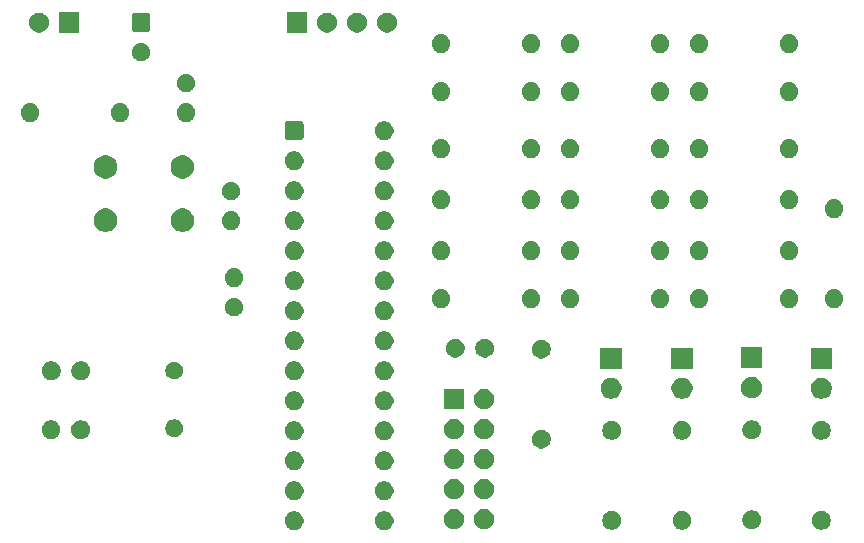
<source format=gbr>
%TF.GenerationSoftware,KiCad,Pcbnew,9.0.2+dfsg-1*%
%TF.CreationDate,2025-09-03T01:51:33+05:30*%
%TF.ProjectId,scopetester_v1,73636f70-6574-4657-9374-65725f76312e,rev?*%
%TF.SameCoordinates,Original*%
%TF.FileFunction,Soldermask,Bot*%
%TF.FilePolarity,Negative*%
%FSLAX46Y46*%
G04 Gerber Fmt 4.6, Leading zero omitted, Abs format (unit mm)*
G04 Created by KiCad (PCBNEW 9.0.2+dfsg-1) date 2025-09-03 01:51:33*
%MOMM*%
%LPD*%
G01*
G04 APERTURE LIST*
G04 APERTURE END LIST*
G36*
X111494228Y-103638448D02*
G01*
X111639117Y-103698463D01*
X111769515Y-103785592D01*
X111880408Y-103896485D01*
X111967537Y-104026883D01*
X112027552Y-104171772D01*
X112058148Y-104325586D01*
X112058148Y-104482414D01*
X112027552Y-104636228D01*
X111967537Y-104781117D01*
X111880408Y-104911515D01*
X111769515Y-105022408D01*
X111639117Y-105109537D01*
X111494228Y-105169552D01*
X111340414Y-105200148D01*
X111183586Y-105200148D01*
X111029772Y-105169552D01*
X110884883Y-105109537D01*
X110754485Y-105022408D01*
X110643592Y-104911515D01*
X110556463Y-104781117D01*
X110496448Y-104636228D01*
X110465852Y-104482414D01*
X110465852Y-104325586D01*
X110496448Y-104171772D01*
X110556463Y-104026883D01*
X110643592Y-103896485D01*
X110754485Y-103785592D01*
X110884883Y-103698463D01*
X111029772Y-103638448D01*
X111183586Y-103607852D01*
X111340414Y-103607852D01*
X111494228Y-103638448D01*
G37*
G36*
X119114228Y-103638448D02*
G01*
X119259117Y-103698463D01*
X119389515Y-103785592D01*
X119500408Y-103896485D01*
X119587537Y-104026883D01*
X119647552Y-104171772D01*
X119678148Y-104325586D01*
X119678148Y-104482414D01*
X119647552Y-104636228D01*
X119587537Y-104781117D01*
X119500408Y-104911515D01*
X119389515Y-105022408D01*
X119259117Y-105109537D01*
X119114228Y-105169552D01*
X118960414Y-105200148D01*
X118803586Y-105200148D01*
X118649772Y-105169552D01*
X118504883Y-105109537D01*
X118374485Y-105022408D01*
X118263592Y-104911515D01*
X118176463Y-104781117D01*
X118116448Y-104636228D01*
X118085852Y-104482414D01*
X118085852Y-104325586D01*
X118116448Y-104171772D01*
X118176463Y-104026883D01*
X118263592Y-103896485D01*
X118374485Y-103785592D01*
X118504883Y-103698463D01*
X118649772Y-103638448D01*
X118803586Y-103607852D01*
X118960414Y-103607852D01*
X119114228Y-103638448D01*
G37*
G36*
X138380228Y-103610448D02*
G01*
X138525117Y-103670463D01*
X138655515Y-103757592D01*
X138766408Y-103868485D01*
X138853537Y-103998883D01*
X138913552Y-104143772D01*
X138944148Y-104297586D01*
X138944148Y-104454414D01*
X138913552Y-104608228D01*
X138853537Y-104753117D01*
X138766408Y-104883515D01*
X138655515Y-104994408D01*
X138525117Y-105081537D01*
X138380228Y-105141552D01*
X138226414Y-105172148D01*
X138069586Y-105172148D01*
X137915772Y-105141552D01*
X137770883Y-105081537D01*
X137640485Y-104994408D01*
X137529592Y-104883515D01*
X137442463Y-104753117D01*
X137382448Y-104608228D01*
X137351852Y-104454414D01*
X137351852Y-104297586D01*
X137382448Y-104143772D01*
X137442463Y-103998883D01*
X137529592Y-103868485D01*
X137640485Y-103757592D01*
X137770883Y-103670463D01*
X137915772Y-103610448D01*
X138069586Y-103579852D01*
X138226414Y-103579852D01*
X138380228Y-103610448D01*
G37*
G36*
X144332228Y-103610448D02*
G01*
X144477117Y-103670463D01*
X144607515Y-103757592D01*
X144718408Y-103868485D01*
X144805537Y-103998883D01*
X144865552Y-104143772D01*
X144896148Y-104297586D01*
X144896148Y-104454414D01*
X144865552Y-104608228D01*
X144805537Y-104753117D01*
X144718408Y-104883515D01*
X144607515Y-104994408D01*
X144477117Y-105081537D01*
X144332228Y-105141552D01*
X144178414Y-105172148D01*
X144021586Y-105172148D01*
X143867772Y-105141552D01*
X143722883Y-105081537D01*
X143592485Y-104994408D01*
X143481592Y-104883515D01*
X143394463Y-104753117D01*
X143334448Y-104608228D01*
X143303852Y-104454414D01*
X143303852Y-104297586D01*
X143334448Y-104143772D01*
X143394463Y-103998883D01*
X143481592Y-103868485D01*
X143592485Y-103757592D01*
X143722883Y-103670463D01*
X143867772Y-103610448D01*
X144021586Y-103579852D01*
X144178414Y-103579852D01*
X144332228Y-103610448D01*
G37*
G36*
X156132228Y-103610448D02*
G01*
X156277117Y-103670463D01*
X156407515Y-103757592D01*
X156518408Y-103868485D01*
X156605537Y-103998883D01*
X156665552Y-104143772D01*
X156696148Y-104297586D01*
X156696148Y-104454414D01*
X156665552Y-104608228D01*
X156605537Y-104753117D01*
X156518408Y-104883515D01*
X156407515Y-104994408D01*
X156277117Y-105081537D01*
X156132228Y-105141552D01*
X155978414Y-105172148D01*
X155821586Y-105172148D01*
X155667772Y-105141552D01*
X155522883Y-105081537D01*
X155392485Y-104994408D01*
X155281592Y-104883515D01*
X155194463Y-104753117D01*
X155134448Y-104608228D01*
X155103852Y-104454414D01*
X155103852Y-104297586D01*
X155134448Y-104143772D01*
X155194463Y-103998883D01*
X155281592Y-103868485D01*
X155392485Y-103757592D01*
X155522883Y-103670463D01*
X155667772Y-103610448D01*
X155821586Y-103579852D01*
X155978414Y-103579852D01*
X156132228Y-103610448D01*
G37*
G36*
X150232228Y-103550228D02*
G01*
X150377117Y-103610243D01*
X150507515Y-103697372D01*
X150618408Y-103808265D01*
X150705537Y-103938663D01*
X150765552Y-104083552D01*
X150796148Y-104237366D01*
X150796148Y-104394194D01*
X150765552Y-104548008D01*
X150705537Y-104692897D01*
X150618408Y-104823295D01*
X150507515Y-104934188D01*
X150377117Y-105021317D01*
X150232228Y-105081332D01*
X150078414Y-105111928D01*
X149921586Y-105111928D01*
X149767772Y-105081332D01*
X149622883Y-105021317D01*
X149492485Y-104934188D01*
X149381592Y-104823295D01*
X149294463Y-104692897D01*
X149234448Y-104548008D01*
X149203852Y-104394194D01*
X149203852Y-104237366D01*
X149234448Y-104083552D01*
X149294463Y-103938663D01*
X149381592Y-103808265D01*
X149492485Y-103697372D01*
X149622883Y-103610243D01*
X149767772Y-103550228D01*
X149921586Y-103519632D01*
X150078414Y-103519632D01*
X150232228Y-103550228D01*
G37*
G36*
X125046742Y-103446601D02*
G01*
X125200687Y-103510367D01*
X125339234Y-103602941D01*
X125457059Y-103720766D01*
X125549633Y-103859313D01*
X125613399Y-104013258D01*
X125645907Y-104176685D01*
X125645907Y-104343315D01*
X125613399Y-104506742D01*
X125549633Y-104660687D01*
X125457059Y-104799234D01*
X125339234Y-104917059D01*
X125200687Y-105009633D01*
X125046742Y-105073399D01*
X124883315Y-105105907D01*
X124716685Y-105105907D01*
X124553258Y-105073399D01*
X124399313Y-105009633D01*
X124260766Y-104917059D01*
X124142941Y-104799234D01*
X124050367Y-104660687D01*
X123986601Y-104506742D01*
X123954093Y-104343315D01*
X123954093Y-104176685D01*
X123986601Y-104013258D01*
X124050367Y-103859313D01*
X124142941Y-103720766D01*
X124260766Y-103602941D01*
X124399313Y-103510367D01*
X124553258Y-103446601D01*
X124716685Y-103414093D01*
X124883315Y-103414093D01*
X125046742Y-103446601D01*
G37*
G36*
X127586742Y-103446601D02*
G01*
X127740687Y-103510367D01*
X127879234Y-103602941D01*
X127997059Y-103720766D01*
X128089633Y-103859313D01*
X128153399Y-104013258D01*
X128185907Y-104176685D01*
X128185907Y-104343315D01*
X128153399Y-104506742D01*
X128089633Y-104660687D01*
X127997059Y-104799234D01*
X127879234Y-104917059D01*
X127740687Y-105009633D01*
X127586742Y-105073399D01*
X127423315Y-105105907D01*
X127256685Y-105105907D01*
X127093258Y-105073399D01*
X126939313Y-105009633D01*
X126800766Y-104917059D01*
X126682941Y-104799234D01*
X126590367Y-104660687D01*
X126526601Y-104506742D01*
X126494093Y-104343315D01*
X126494093Y-104176685D01*
X126526601Y-104013258D01*
X126590367Y-103859313D01*
X126682941Y-103720766D01*
X126800766Y-103602941D01*
X126939313Y-103510367D01*
X127093258Y-103446601D01*
X127256685Y-103414093D01*
X127423315Y-103414093D01*
X127586742Y-103446601D01*
G37*
G36*
X111494228Y-101098448D02*
G01*
X111639117Y-101158463D01*
X111769515Y-101245592D01*
X111880408Y-101356485D01*
X111967537Y-101486883D01*
X112027552Y-101631772D01*
X112058148Y-101785586D01*
X112058148Y-101942414D01*
X112027552Y-102096228D01*
X111967537Y-102241117D01*
X111880408Y-102371515D01*
X111769515Y-102482408D01*
X111639117Y-102569537D01*
X111494228Y-102629552D01*
X111340414Y-102660148D01*
X111183586Y-102660148D01*
X111029772Y-102629552D01*
X110884883Y-102569537D01*
X110754485Y-102482408D01*
X110643592Y-102371515D01*
X110556463Y-102241117D01*
X110496448Y-102096228D01*
X110465852Y-101942414D01*
X110465852Y-101785586D01*
X110496448Y-101631772D01*
X110556463Y-101486883D01*
X110643592Y-101356485D01*
X110754485Y-101245592D01*
X110884883Y-101158463D01*
X111029772Y-101098448D01*
X111183586Y-101067852D01*
X111340414Y-101067852D01*
X111494228Y-101098448D01*
G37*
G36*
X119114228Y-101098448D02*
G01*
X119259117Y-101158463D01*
X119389515Y-101245592D01*
X119500408Y-101356485D01*
X119587537Y-101486883D01*
X119647552Y-101631772D01*
X119678148Y-101785586D01*
X119678148Y-101942414D01*
X119647552Y-102096228D01*
X119587537Y-102241117D01*
X119500408Y-102371515D01*
X119389515Y-102482408D01*
X119259117Y-102569537D01*
X119114228Y-102629552D01*
X118960414Y-102660148D01*
X118803586Y-102660148D01*
X118649772Y-102629552D01*
X118504883Y-102569537D01*
X118374485Y-102482408D01*
X118263592Y-102371515D01*
X118176463Y-102241117D01*
X118116448Y-102096228D01*
X118085852Y-101942414D01*
X118085852Y-101785586D01*
X118116448Y-101631772D01*
X118176463Y-101486883D01*
X118263592Y-101356485D01*
X118374485Y-101245592D01*
X118504883Y-101158463D01*
X118649772Y-101098448D01*
X118803586Y-101067852D01*
X118960414Y-101067852D01*
X119114228Y-101098448D01*
G37*
G36*
X125046742Y-100906601D02*
G01*
X125200687Y-100970367D01*
X125339234Y-101062941D01*
X125457059Y-101180766D01*
X125549633Y-101319313D01*
X125613399Y-101473258D01*
X125645907Y-101636685D01*
X125645907Y-101803315D01*
X125613399Y-101966742D01*
X125549633Y-102120687D01*
X125457059Y-102259234D01*
X125339234Y-102377059D01*
X125200687Y-102469633D01*
X125046742Y-102533399D01*
X124883315Y-102565907D01*
X124716685Y-102565907D01*
X124553258Y-102533399D01*
X124399313Y-102469633D01*
X124260766Y-102377059D01*
X124142941Y-102259234D01*
X124050367Y-102120687D01*
X123986601Y-101966742D01*
X123954093Y-101803315D01*
X123954093Y-101636685D01*
X123986601Y-101473258D01*
X124050367Y-101319313D01*
X124142941Y-101180766D01*
X124260766Y-101062941D01*
X124399313Y-100970367D01*
X124553258Y-100906601D01*
X124716685Y-100874093D01*
X124883315Y-100874093D01*
X125046742Y-100906601D01*
G37*
G36*
X127586742Y-100906601D02*
G01*
X127740687Y-100970367D01*
X127879234Y-101062941D01*
X127997059Y-101180766D01*
X128089633Y-101319313D01*
X128153399Y-101473258D01*
X128185907Y-101636685D01*
X128185907Y-101803315D01*
X128153399Y-101966742D01*
X128089633Y-102120687D01*
X127997059Y-102259234D01*
X127879234Y-102377059D01*
X127740687Y-102469633D01*
X127586742Y-102533399D01*
X127423315Y-102565907D01*
X127256685Y-102565907D01*
X127093258Y-102533399D01*
X126939313Y-102469633D01*
X126800766Y-102377059D01*
X126682941Y-102259234D01*
X126590367Y-102120687D01*
X126526601Y-101966742D01*
X126494093Y-101803315D01*
X126494093Y-101636685D01*
X126526601Y-101473258D01*
X126590367Y-101319313D01*
X126682941Y-101180766D01*
X126800766Y-101062941D01*
X126939313Y-100970367D01*
X127093258Y-100906601D01*
X127256685Y-100874093D01*
X127423315Y-100874093D01*
X127586742Y-100906601D01*
G37*
G36*
X111494228Y-98558448D02*
G01*
X111639117Y-98618463D01*
X111769515Y-98705592D01*
X111880408Y-98816485D01*
X111967537Y-98946883D01*
X112027552Y-99091772D01*
X112058148Y-99245586D01*
X112058148Y-99402414D01*
X112027552Y-99556228D01*
X111967537Y-99701117D01*
X111880408Y-99831515D01*
X111769515Y-99942408D01*
X111639117Y-100029537D01*
X111494228Y-100089552D01*
X111340414Y-100120148D01*
X111183586Y-100120148D01*
X111029772Y-100089552D01*
X110884883Y-100029537D01*
X110754485Y-99942408D01*
X110643592Y-99831515D01*
X110556463Y-99701117D01*
X110496448Y-99556228D01*
X110465852Y-99402414D01*
X110465852Y-99245586D01*
X110496448Y-99091772D01*
X110556463Y-98946883D01*
X110643592Y-98816485D01*
X110754485Y-98705592D01*
X110884883Y-98618463D01*
X111029772Y-98558448D01*
X111183586Y-98527852D01*
X111340414Y-98527852D01*
X111494228Y-98558448D01*
G37*
G36*
X119114228Y-98558448D02*
G01*
X119259117Y-98618463D01*
X119389515Y-98705592D01*
X119500408Y-98816485D01*
X119587537Y-98946883D01*
X119647552Y-99091772D01*
X119678148Y-99245586D01*
X119678148Y-99402414D01*
X119647552Y-99556228D01*
X119587537Y-99701117D01*
X119500408Y-99831515D01*
X119389515Y-99942408D01*
X119259117Y-100029537D01*
X119114228Y-100089552D01*
X118960414Y-100120148D01*
X118803586Y-100120148D01*
X118649772Y-100089552D01*
X118504883Y-100029537D01*
X118374485Y-99942408D01*
X118263592Y-99831515D01*
X118176463Y-99701117D01*
X118116448Y-99556228D01*
X118085852Y-99402414D01*
X118085852Y-99245586D01*
X118116448Y-99091772D01*
X118176463Y-98946883D01*
X118263592Y-98816485D01*
X118374485Y-98705592D01*
X118504883Y-98618463D01*
X118649772Y-98558448D01*
X118803586Y-98527852D01*
X118960414Y-98527852D01*
X119114228Y-98558448D01*
G37*
G36*
X125046742Y-98366601D02*
G01*
X125200687Y-98430367D01*
X125339234Y-98522941D01*
X125457059Y-98640766D01*
X125549633Y-98779313D01*
X125613399Y-98933258D01*
X125645907Y-99096685D01*
X125645907Y-99263315D01*
X125613399Y-99426742D01*
X125549633Y-99580687D01*
X125457059Y-99719234D01*
X125339234Y-99837059D01*
X125200687Y-99929633D01*
X125046742Y-99993399D01*
X124883315Y-100025907D01*
X124716685Y-100025907D01*
X124553258Y-99993399D01*
X124399313Y-99929633D01*
X124260766Y-99837059D01*
X124142941Y-99719234D01*
X124050367Y-99580687D01*
X123986601Y-99426742D01*
X123954093Y-99263315D01*
X123954093Y-99096685D01*
X123986601Y-98933258D01*
X124050367Y-98779313D01*
X124142941Y-98640766D01*
X124260766Y-98522941D01*
X124399313Y-98430367D01*
X124553258Y-98366601D01*
X124716685Y-98334093D01*
X124883315Y-98334093D01*
X125046742Y-98366601D01*
G37*
G36*
X127586742Y-98366601D02*
G01*
X127740687Y-98430367D01*
X127879234Y-98522941D01*
X127997059Y-98640766D01*
X128089633Y-98779313D01*
X128153399Y-98933258D01*
X128185907Y-99096685D01*
X128185907Y-99263315D01*
X128153399Y-99426742D01*
X128089633Y-99580687D01*
X127997059Y-99719234D01*
X127879234Y-99837059D01*
X127740687Y-99929633D01*
X127586742Y-99993399D01*
X127423315Y-100025907D01*
X127256685Y-100025907D01*
X127093258Y-99993399D01*
X126939313Y-99929633D01*
X126800766Y-99837059D01*
X126682941Y-99719234D01*
X126590367Y-99580687D01*
X126526601Y-99426742D01*
X126494093Y-99263315D01*
X126494093Y-99096685D01*
X126526601Y-98933258D01*
X126590367Y-98779313D01*
X126682941Y-98640766D01*
X126800766Y-98522941D01*
X126939313Y-98430367D01*
X127093258Y-98366601D01*
X127256685Y-98334093D01*
X127423315Y-98334093D01*
X127586742Y-98366601D01*
G37*
G36*
X132432228Y-96734448D02*
G01*
X132577117Y-96794463D01*
X132707515Y-96881592D01*
X132818408Y-96992485D01*
X132905537Y-97122883D01*
X132965552Y-97267772D01*
X132996148Y-97421586D01*
X132996148Y-97578414D01*
X132965552Y-97732228D01*
X132905537Y-97877117D01*
X132818408Y-98007515D01*
X132707515Y-98118408D01*
X132577117Y-98205537D01*
X132432228Y-98265552D01*
X132278414Y-98296148D01*
X132121586Y-98296148D01*
X131967772Y-98265552D01*
X131822883Y-98205537D01*
X131692485Y-98118408D01*
X131581592Y-98007515D01*
X131494463Y-97877117D01*
X131434448Y-97732228D01*
X131403852Y-97578414D01*
X131403852Y-97421586D01*
X131434448Y-97267772D01*
X131494463Y-97122883D01*
X131581592Y-96992485D01*
X131692485Y-96881592D01*
X131822883Y-96794463D01*
X131967772Y-96734448D01*
X132121586Y-96703852D01*
X132278414Y-96703852D01*
X132432228Y-96734448D01*
G37*
G36*
X111494228Y-96018448D02*
G01*
X111639117Y-96078463D01*
X111769515Y-96165592D01*
X111880408Y-96276485D01*
X111967537Y-96406883D01*
X112027552Y-96551772D01*
X112058148Y-96705586D01*
X112058148Y-96862414D01*
X112027552Y-97016228D01*
X111967537Y-97161117D01*
X111880408Y-97291515D01*
X111769515Y-97402408D01*
X111639117Y-97489537D01*
X111494228Y-97549552D01*
X111340414Y-97580148D01*
X111183586Y-97580148D01*
X111029772Y-97549552D01*
X110884883Y-97489537D01*
X110754485Y-97402408D01*
X110643592Y-97291515D01*
X110556463Y-97161117D01*
X110496448Y-97016228D01*
X110465852Y-96862414D01*
X110465852Y-96705586D01*
X110496448Y-96551772D01*
X110556463Y-96406883D01*
X110643592Y-96276485D01*
X110754485Y-96165592D01*
X110884883Y-96078463D01*
X111029772Y-96018448D01*
X111183586Y-95987852D01*
X111340414Y-95987852D01*
X111494228Y-96018448D01*
G37*
G36*
X119114228Y-96018448D02*
G01*
X119259117Y-96078463D01*
X119389515Y-96165592D01*
X119500408Y-96276485D01*
X119587537Y-96406883D01*
X119647552Y-96551772D01*
X119678148Y-96705586D01*
X119678148Y-96862414D01*
X119647552Y-97016228D01*
X119587537Y-97161117D01*
X119500408Y-97291515D01*
X119389515Y-97402408D01*
X119259117Y-97489537D01*
X119114228Y-97549552D01*
X118960414Y-97580148D01*
X118803586Y-97580148D01*
X118649772Y-97549552D01*
X118504883Y-97489537D01*
X118374485Y-97402408D01*
X118263592Y-97291515D01*
X118176463Y-97161117D01*
X118116448Y-97016228D01*
X118085852Y-96862414D01*
X118085852Y-96705586D01*
X118116448Y-96551772D01*
X118176463Y-96406883D01*
X118263592Y-96276485D01*
X118374485Y-96165592D01*
X118504883Y-96078463D01*
X118649772Y-96018448D01*
X118803586Y-95987852D01*
X118960414Y-95987852D01*
X119114228Y-96018448D01*
G37*
G36*
X138380228Y-95990448D02*
G01*
X138525117Y-96050463D01*
X138655515Y-96137592D01*
X138766408Y-96248485D01*
X138853537Y-96378883D01*
X138913552Y-96523772D01*
X138944148Y-96677586D01*
X138944148Y-96834414D01*
X138913552Y-96988228D01*
X138853537Y-97133117D01*
X138766408Y-97263515D01*
X138655515Y-97374408D01*
X138525117Y-97461537D01*
X138380228Y-97521552D01*
X138226414Y-97552148D01*
X138069586Y-97552148D01*
X137915772Y-97521552D01*
X137770883Y-97461537D01*
X137640485Y-97374408D01*
X137529592Y-97263515D01*
X137442463Y-97133117D01*
X137382448Y-96988228D01*
X137351852Y-96834414D01*
X137351852Y-96677586D01*
X137382448Y-96523772D01*
X137442463Y-96378883D01*
X137529592Y-96248485D01*
X137640485Y-96137592D01*
X137770883Y-96050463D01*
X137915772Y-95990448D01*
X138069586Y-95959852D01*
X138226414Y-95959852D01*
X138380228Y-95990448D01*
G37*
G36*
X144332228Y-95990448D02*
G01*
X144477117Y-96050463D01*
X144607515Y-96137592D01*
X144718408Y-96248485D01*
X144805537Y-96378883D01*
X144865552Y-96523772D01*
X144896148Y-96677586D01*
X144896148Y-96834414D01*
X144865552Y-96988228D01*
X144805537Y-97133117D01*
X144718408Y-97263515D01*
X144607515Y-97374408D01*
X144477117Y-97461537D01*
X144332228Y-97521552D01*
X144178414Y-97552148D01*
X144021586Y-97552148D01*
X143867772Y-97521552D01*
X143722883Y-97461537D01*
X143592485Y-97374408D01*
X143481592Y-97263515D01*
X143394463Y-97133117D01*
X143334448Y-96988228D01*
X143303852Y-96834414D01*
X143303852Y-96677586D01*
X143334448Y-96523772D01*
X143394463Y-96378883D01*
X143481592Y-96248485D01*
X143592485Y-96137592D01*
X143722883Y-96050463D01*
X143867772Y-95990448D01*
X144021586Y-95959852D01*
X144178414Y-95959852D01*
X144332228Y-95990448D01*
G37*
G36*
X156132228Y-95990448D02*
G01*
X156277117Y-96050463D01*
X156407515Y-96137592D01*
X156518408Y-96248485D01*
X156605537Y-96378883D01*
X156665552Y-96523772D01*
X156696148Y-96677586D01*
X156696148Y-96834414D01*
X156665552Y-96988228D01*
X156605537Y-97133117D01*
X156518408Y-97263515D01*
X156407515Y-97374408D01*
X156277117Y-97461537D01*
X156132228Y-97521552D01*
X155978414Y-97552148D01*
X155821586Y-97552148D01*
X155667772Y-97521552D01*
X155522883Y-97461537D01*
X155392485Y-97374408D01*
X155281592Y-97263515D01*
X155194463Y-97133117D01*
X155134448Y-96988228D01*
X155103852Y-96834414D01*
X155103852Y-96677586D01*
X155134448Y-96523772D01*
X155194463Y-96378883D01*
X155281592Y-96248485D01*
X155392485Y-96137592D01*
X155522883Y-96050463D01*
X155667772Y-95990448D01*
X155821586Y-95959852D01*
X155978414Y-95959852D01*
X156132228Y-95990448D01*
G37*
G36*
X90910228Y-95934448D02*
G01*
X91055117Y-95994463D01*
X91185515Y-96081592D01*
X91296408Y-96192485D01*
X91383537Y-96322883D01*
X91443552Y-96467772D01*
X91474148Y-96621586D01*
X91474148Y-96778414D01*
X91443552Y-96932228D01*
X91383537Y-97077117D01*
X91296408Y-97207515D01*
X91185515Y-97318408D01*
X91055117Y-97405537D01*
X90910228Y-97465552D01*
X90756414Y-97496148D01*
X90599586Y-97496148D01*
X90445772Y-97465552D01*
X90300883Y-97405537D01*
X90170485Y-97318408D01*
X90059592Y-97207515D01*
X89972463Y-97077117D01*
X89912448Y-96932228D01*
X89881852Y-96778414D01*
X89881852Y-96621586D01*
X89912448Y-96467772D01*
X89972463Y-96322883D01*
X90059592Y-96192485D01*
X90170485Y-96081592D01*
X90300883Y-95994463D01*
X90445772Y-95934448D01*
X90599586Y-95903852D01*
X90756414Y-95903852D01*
X90910228Y-95934448D01*
G37*
G36*
X93410228Y-95934448D02*
G01*
X93555117Y-95994463D01*
X93685515Y-96081592D01*
X93796408Y-96192485D01*
X93883537Y-96322883D01*
X93943552Y-96467772D01*
X93974148Y-96621586D01*
X93974148Y-96778414D01*
X93943552Y-96932228D01*
X93883537Y-97077117D01*
X93796408Y-97207515D01*
X93685515Y-97318408D01*
X93555117Y-97405537D01*
X93410228Y-97465552D01*
X93256414Y-97496148D01*
X93099586Y-97496148D01*
X92945772Y-97465552D01*
X92800883Y-97405537D01*
X92670485Y-97318408D01*
X92559592Y-97207515D01*
X92472463Y-97077117D01*
X92412448Y-96932228D01*
X92381852Y-96778414D01*
X92381852Y-96621586D01*
X92412448Y-96467772D01*
X92472463Y-96322883D01*
X92559592Y-96192485D01*
X92670485Y-96081592D01*
X92800883Y-95994463D01*
X92945772Y-95934448D01*
X93099586Y-95903852D01*
X93256414Y-95903852D01*
X93410228Y-95934448D01*
G37*
G36*
X150232228Y-95930228D02*
G01*
X150377117Y-95990243D01*
X150507515Y-96077372D01*
X150618408Y-96188265D01*
X150705537Y-96318663D01*
X150765552Y-96463552D01*
X150796148Y-96617366D01*
X150796148Y-96774194D01*
X150765552Y-96928008D01*
X150705537Y-97072897D01*
X150618408Y-97203295D01*
X150507515Y-97314188D01*
X150377117Y-97401317D01*
X150232228Y-97461332D01*
X150078414Y-97491928D01*
X149921586Y-97491928D01*
X149767772Y-97461332D01*
X149622883Y-97401317D01*
X149492485Y-97314188D01*
X149381592Y-97203295D01*
X149294463Y-97072897D01*
X149234448Y-96928008D01*
X149203852Y-96774194D01*
X149203852Y-96617366D01*
X149234448Y-96463552D01*
X149294463Y-96318663D01*
X149381592Y-96188265D01*
X149492485Y-96077372D01*
X149622883Y-95990243D01*
X149767772Y-95930228D01*
X149921586Y-95899632D01*
X150078414Y-95899632D01*
X150232228Y-95930228D01*
G37*
G36*
X125046742Y-95826601D02*
G01*
X125200687Y-95890367D01*
X125339234Y-95982941D01*
X125457059Y-96100766D01*
X125549633Y-96239313D01*
X125613399Y-96393258D01*
X125645907Y-96556685D01*
X125645907Y-96723315D01*
X125613399Y-96886742D01*
X125549633Y-97040687D01*
X125457059Y-97179234D01*
X125339234Y-97297059D01*
X125200687Y-97389633D01*
X125046742Y-97453399D01*
X124883315Y-97485907D01*
X124716685Y-97485907D01*
X124553258Y-97453399D01*
X124399313Y-97389633D01*
X124260766Y-97297059D01*
X124142941Y-97179234D01*
X124050367Y-97040687D01*
X123986601Y-96886742D01*
X123954093Y-96723315D01*
X123954093Y-96556685D01*
X123986601Y-96393258D01*
X124050367Y-96239313D01*
X124142941Y-96100766D01*
X124260766Y-95982941D01*
X124399313Y-95890367D01*
X124553258Y-95826601D01*
X124716685Y-95794093D01*
X124883315Y-95794093D01*
X125046742Y-95826601D01*
G37*
G36*
X127586742Y-95826601D02*
G01*
X127740687Y-95890367D01*
X127879234Y-95982941D01*
X127997059Y-96100766D01*
X128089633Y-96239313D01*
X128153399Y-96393258D01*
X128185907Y-96556685D01*
X128185907Y-96723315D01*
X128153399Y-96886742D01*
X128089633Y-97040687D01*
X127997059Y-97179234D01*
X127879234Y-97297059D01*
X127740687Y-97389633D01*
X127586742Y-97453399D01*
X127423315Y-97485907D01*
X127256685Y-97485907D01*
X127093258Y-97453399D01*
X126939313Y-97389633D01*
X126800766Y-97297059D01*
X126682941Y-97179234D01*
X126590367Y-97040687D01*
X126526601Y-96886742D01*
X126494093Y-96723315D01*
X126494093Y-96556685D01*
X126526601Y-96393258D01*
X126590367Y-96239313D01*
X126682941Y-96100766D01*
X126800766Y-95982941D01*
X126939313Y-95890367D01*
X127093258Y-95826601D01*
X127256685Y-95794093D01*
X127423315Y-95794093D01*
X127586742Y-95826601D01*
G37*
G36*
X101317714Y-95862295D02*
G01*
X101453548Y-95918559D01*
X101575795Y-96000242D01*
X101679758Y-96104205D01*
X101761441Y-96226452D01*
X101817705Y-96362286D01*
X101846389Y-96506487D01*
X101846389Y-96653513D01*
X101817705Y-96797714D01*
X101761441Y-96933548D01*
X101679758Y-97055795D01*
X101575795Y-97159758D01*
X101453548Y-97241441D01*
X101317714Y-97297705D01*
X101173513Y-97326389D01*
X101026487Y-97326389D01*
X100882286Y-97297705D01*
X100746452Y-97241441D01*
X100624205Y-97159758D01*
X100520242Y-97055795D01*
X100438559Y-96933548D01*
X100382295Y-96797714D01*
X100353611Y-96653513D01*
X100353611Y-96506487D01*
X100382295Y-96362286D01*
X100438559Y-96226452D01*
X100520242Y-96104205D01*
X100624205Y-96000242D01*
X100746452Y-95918559D01*
X100882286Y-95862295D01*
X101026487Y-95833611D01*
X101173513Y-95833611D01*
X101317714Y-95862295D01*
G37*
G36*
X111494228Y-93478448D02*
G01*
X111639117Y-93538463D01*
X111769515Y-93625592D01*
X111880408Y-93736485D01*
X111967537Y-93866883D01*
X112027552Y-94011772D01*
X112058148Y-94165586D01*
X112058148Y-94322414D01*
X112027552Y-94476228D01*
X111967537Y-94621117D01*
X111880408Y-94751515D01*
X111769515Y-94862408D01*
X111639117Y-94949537D01*
X111494228Y-95009552D01*
X111340414Y-95040148D01*
X111183586Y-95040148D01*
X111029772Y-95009552D01*
X110884883Y-94949537D01*
X110754485Y-94862408D01*
X110643592Y-94751515D01*
X110556463Y-94621117D01*
X110496448Y-94476228D01*
X110465852Y-94322414D01*
X110465852Y-94165586D01*
X110496448Y-94011772D01*
X110556463Y-93866883D01*
X110643592Y-93736485D01*
X110754485Y-93625592D01*
X110884883Y-93538463D01*
X111029772Y-93478448D01*
X111183586Y-93447852D01*
X111340414Y-93447852D01*
X111494228Y-93478448D01*
G37*
G36*
X119114228Y-93478448D02*
G01*
X119259117Y-93538463D01*
X119389515Y-93625592D01*
X119500408Y-93736485D01*
X119587537Y-93866883D01*
X119647552Y-94011772D01*
X119678148Y-94165586D01*
X119678148Y-94322414D01*
X119647552Y-94476228D01*
X119587537Y-94621117D01*
X119500408Y-94751515D01*
X119389515Y-94862408D01*
X119259117Y-94949537D01*
X119114228Y-95009552D01*
X118960414Y-95040148D01*
X118803586Y-95040148D01*
X118649772Y-95009552D01*
X118504883Y-94949537D01*
X118374485Y-94862408D01*
X118263592Y-94751515D01*
X118176463Y-94621117D01*
X118116448Y-94476228D01*
X118085852Y-94322414D01*
X118085852Y-94165586D01*
X118116448Y-94011772D01*
X118176463Y-93866883D01*
X118263592Y-93736485D01*
X118374485Y-93625592D01*
X118504883Y-93538463D01*
X118649772Y-93478448D01*
X118803586Y-93447852D01*
X118960414Y-93447852D01*
X119114228Y-93478448D01*
G37*
G36*
X125650000Y-94950000D02*
G01*
X123950000Y-94950000D01*
X123950000Y-93250000D01*
X125650000Y-93250000D01*
X125650000Y-94950000D01*
G37*
G36*
X127586742Y-93286601D02*
G01*
X127740687Y-93350367D01*
X127879234Y-93442941D01*
X127997059Y-93560766D01*
X128089633Y-93699313D01*
X128153399Y-93853258D01*
X128185907Y-94016685D01*
X128185907Y-94183315D01*
X128153399Y-94346742D01*
X128089633Y-94500687D01*
X127997059Y-94639234D01*
X127879234Y-94757059D01*
X127740687Y-94849633D01*
X127586742Y-94913399D01*
X127423315Y-94945907D01*
X127256685Y-94945907D01*
X127093258Y-94913399D01*
X126939313Y-94849633D01*
X126800766Y-94757059D01*
X126682941Y-94639234D01*
X126590367Y-94500687D01*
X126526601Y-94346742D01*
X126494093Y-94183315D01*
X126494093Y-94016685D01*
X126526601Y-93853258D01*
X126590367Y-93699313D01*
X126682941Y-93560766D01*
X126800766Y-93442941D01*
X126939313Y-93350367D01*
X127093258Y-93286601D01*
X127256685Y-93254093D01*
X127423315Y-93254093D01*
X127586742Y-93286601D01*
G37*
G36*
X138361256Y-92338754D02*
G01*
X138524257Y-92406271D01*
X138670954Y-92504291D01*
X138795709Y-92629046D01*
X138893729Y-92775743D01*
X138961246Y-92938744D01*
X138995666Y-93111785D01*
X138995666Y-93288215D01*
X138961246Y-93461256D01*
X138893729Y-93624257D01*
X138795709Y-93770954D01*
X138670954Y-93895709D01*
X138524257Y-93993729D01*
X138361256Y-94061246D01*
X138188215Y-94095666D01*
X138011785Y-94095666D01*
X137838744Y-94061246D01*
X137675743Y-93993729D01*
X137529046Y-93895709D01*
X137404291Y-93770954D01*
X137306271Y-93624257D01*
X137238754Y-93461256D01*
X137204334Y-93288215D01*
X137204334Y-93111785D01*
X137238754Y-92938744D01*
X137306271Y-92775743D01*
X137404291Y-92629046D01*
X137529046Y-92504291D01*
X137675743Y-92406271D01*
X137838744Y-92338754D01*
X138011785Y-92304334D01*
X138188215Y-92304334D01*
X138361256Y-92338754D01*
G37*
G36*
X144361256Y-92338754D02*
G01*
X144524257Y-92406271D01*
X144670954Y-92504291D01*
X144795709Y-92629046D01*
X144893729Y-92775743D01*
X144961246Y-92938744D01*
X144995666Y-93111785D01*
X144995666Y-93288215D01*
X144961246Y-93461256D01*
X144893729Y-93624257D01*
X144795709Y-93770954D01*
X144670954Y-93895709D01*
X144524257Y-93993729D01*
X144361256Y-94061246D01*
X144188215Y-94095666D01*
X144011785Y-94095666D01*
X143838744Y-94061246D01*
X143675743Y-93993729D01*
X143529046Y-93895709D01*
X143404291Y-93770954D01*
X143306271Y-93624257D01*
X143238754Y-93461256D01*
X143204334Y-93288215D01*
X143204334Y-93111785D01*
X143238754Y-92938744D01*
X143306271Y-92775743D01*
X143404291Y-92629046D01*
X143529046Y-92504291D01*
X143675743Y-92406271D01*
X143838744Y-92338754D01*
X144011785Y-92304334D01*
X144188215Y-92304334D01*
X144361256Y-92338754D01*
G37*
G36*
X156161256Y-92338754D02*
G01*
X156324257Y-92406271D01*
X156470954Y-92504291D01*
X156595709Y-92629046D01*
X156693729Y-92775743D01*
X156761246Y-92938744D01*
X156795666Y-93111785D01*
X156795666Y-93288215D01*
X156761246Y-93461256D01*
X156693729Y-93624257D01*
X156595709Y-93770954D01*
X156470954Y-93895709D01*
X156324257Y-93993729D01*
X156161256Y-94061246D01*
X155988215Y-94095666D01*
X155811785Y-94095666D01*
X155638744Y-94061246D01*
X155475743Y-93993729D01*
X155329046Y-93895709D01*
X155204291Y-93770954D01*
X155106271Y-93624257D01*
X155038754Y-93461256D01*
X155004334Y-93288215D01*
X155004334Y-93111785D01*
X155038754Y-92938744D01*
X155106271Y-92775743D01*
X155204291Y-92629046D01*
X155329046Y-92504291D01*
X155475743Y-92406271D01*
X155638744Y-92338754D01*
X155811785Y-92304334D01*
X155988215Y-92304334D01*
X156161256Y-92338754D01*
G37*
G36*
X150261256Y-92278534D02*
G01*
X150424257Y-92346051D01*
X150570954Y-92444071D01*
X150695709Y-92568826D01*
X150793729Y-92715523D01*
X150861246Y-92878524D01*
X150895666Y-93051565D01*
X150895666Y-93227995D01*
X150861246Y-93401036D01*
X150793729Y-93564037D01*
X150695709Y-93710734D01*
X150570954Y-93835489D01*
X150424257Y-93933509D01*
X150261256Y-94001026D01*
X150088215Y-94035446D01*
X149911785Y-94035446D01*
X149738744Y-94001026D01*
X149575743Y-93933509D01*
X149429046Y-93835489D01*
X149304291Y-93710734D01*
X149206271Y-93564037D01*
X149138754Y-93401036D01*
X149104334Y-93227995D01*
X149104334Y-93051565D01*
X149138754Y-92878524D01*
X149206271Y-92715523D01*
X149304291Y-92568826D01*
X149429046Y-92444071D01*
X149575743Y-92346051D01*
X149738744Y-92278534D01*
X149911785Y-92244114D01*
X150088215Y-92244114D01*
X150261256Y-92278534D01*
G37*
G36*
X111494228Y-90938448D02*
G01*
X111639117Y-90998463D01*
X111769515Y-91085592D01*
X111880408Y-91196485D01*
X111967537Y-91326883D01*
X112027552Y-91471772D01*
X112058148Y-91625586D01*
X112058148Y-91782414D01*
X112027552Y-91936228D01*
X111967537Y-92081117D01*
X111880408Y-92211515D01*
X111769515Y-92322408D01*
X111639117Y-92409537D01*
X111494228Y-92469552D01*
X111340414Y-92500148D01*
X111183586Y-92500148D01*
X111029772Y-92469552D01*
X110884883Y-92409537D01*
X110754485Y-92322408D01*
X110643592Y-92211515D01*
X110556463Y-92081117D01*
X110496448Y-91936228D01*
X110465852Y-91782414D01*
X110465852Y-91625586D01*
X110496448Y-91471772D01*
X110556463Y-91326883D01*
X110643592Y-91196485D01*
X110754485Y-91085592D01*
X110884883Y-90998463D01*
X111029772Y-90938448D01*
X111183586Y-90907852D01*
X111340414Y-90907852D01*
X111494228Y-90938448D01*
G37*
G36*
X119114228Y-90938448D02*
G01*
X119259117Y-90998463D01*
X119389515Y-91085592D01*
X119500408Y-91196485D01*
X119587537Y-91326883D01*
X119647552Y-91471772D01*
X119678148Y-91625586D01*
X119678148Y-91782414D01*
X119647552Y-91936228D01*
X119587537Y-92081117D01*
X119500408Y-92211515D01*
X119389515Y-92322408D01*
X119259117Y-92409537D01*
X119114228Y-92469552D01*
X118960414Y-92500148D01*
X118803586Y-92500148D01*
X118649772Y-92469552D01*
X118504883Y-92409537D01*
X118374485Y-92322408D01*
X118263592Y-92211515D01*
X118176463Y-92081117D01*
X118116448Y-91936228D01*
X118085852Y-91782414D01*
X118085852Y-91625586D01*
X118116448Y-91471772D01*
X118176463Y-91326883D01*
X118263592Y-91196485D01*
X118374485Y-91085592D01*
X118504883Y-90998463D01*
X118649772Y-90938448D01*
X118803586Y-90907852D01*
X118960414Y-90907852D01*
X119114228Y-90938448D01*
G37*
G36*
X90932228Y-90934448D02*
G01*
X91077117Y-90994463D01*
X91207515Y-91081592D01*
X91318408Y-91192485D01*
X91405537Y-91322883D01*
X91465552Y-91467772D01*
X91496148Y-91621586D01*
X91496148Y-91778414D01*
X91465552Y-91932228D01*
X91405537Y-92077117D01*
X91318408Y-92207515D01*
X91207515Y-92318408D01*
X91077117Y-92405537D01*
X90932228Y-92465552D01*
X90778414Y-92496148D01*
X90621586Y-92496148D01*
X90467772Y-92465552D01*
X90322883Y-92405537D01*
X90192485Y-92318408D01*
X90081592Y-92207515D01*
X89994463Y-92077117D01*
X89934448Y-91932228D01*
X89903852Y-91778414D01*
X89903852Y-91621586D01*
X89934448Y-91467772D01*
X89994463Y-91322883D01*
X90081592Y-91192485D01*
X90192485Y-91081592D01*
X90322883Y-90994463D01*
X90467772Y-90934448D01*
X90621586Y-90903852D01*
X90778414Y-90903852D01*
X90932228Y-90934448D01*
G37*
G36*
X93432228Y-90934448D02*
G01*
X93577117Y-90994463D01*
X93707515Y-91081592D01*
X93818408Y-91192485D01*
X93905537Y-91322883D01*
X93965552Y-91467772D01*
X93996148Y-91621586D01*
X93996148Y-91778414D01*
X93965552Y-91932228D01*
X93905537Y-92077117D01*
X93818408Y-92207515D01*
X93707515Y-92318408D01*
X93577117Y-92405537D01*
X93432228Y-92465552D01*
X93278414Y-92496148D01*
X93121586Y-92496148D01*
X92967772Y-92465552D01*
X92822883Y-92405537D01*
X92692485Y-92318408D01*
X92581592Y-92207515D01*
X92494463Y-92077117D01*
X92434448Y-91932228D01*
X92403852Y-91778414D01*
X92403852Y-91621586D01*
X92434448Y-91467772D01*
X92494463Y-91322883D01*
X92581592Y-91192485D01*
X92692485Y-91081592D01*
X92822883Y-90994463D01*
X92967772Y-90934448D01*
X93121586Y-90903852D01*
X93278414Y-90903852D01*
X93432228Y-90934448D01*
G37*
G36*
X101317714Y-90982295D02*
G01*
X101453548Y-91038559D01*
X101575795Y-91120242D01*
X101679758Y-91224205D01*
X101761441Y-91346452D01*
X101817705Y-91482286D01*
X101846389Y-91626487D01*
X101846389Y-91773513D01*
X101817705Y-91917714D01*
X101761441Y-92053548D01*
X101679758Y-92175795D01*
X101575795Y-92279758D01*
X101453548Y-92361441D01*
X101317714Y-92417705D01*
X101173513Y-92446389D01*
X101026487Y-92446389D01*
X100882286Y-92417705D01*
X100746452Y-92361441D01*
X100624205Y-92279758D01*
X100520242Y-92175795D01*
X100438559Y-92053548D01*
X100382295Y-91917714D01*
X100353611Y-91773513D01*
X100353611Y-91626487D01*
X100382295Y-91482286D01*
X100438559Y-91346452D01*
X100520242Y-91224205D01*
X100624205Y-91120242D01*
X100746452Y-91038559D01*
X100882286Y-90982295D01*
X101026487Y-90953611D01*
X101173513Y-90953611D01*
X101317714Y-90982295D01*
G37*
G36*
X139000000Y-91560000D02*
G01*
X137200000Y-91560000D01*
X137200000Y-89760000D01*
X139000000Y-89760000D01*
X139000000Y-91560000D01*
G37*
G36*
X145000000Y-91560000D02*
G01*
X143200000Y-91560000D01*
X143200000Y-89760000D01*
X145000000Y-89760000D01*
X145000000Y-91560000D01*
G37*
G36*
X156800000Y-91560000D02*
G01*
X155000000Y-91560000D01*
X155000000Y-89760000D01*
X156800000Y-89760000D01*
X156800000Y-91560000D01*
G37*
G36*
X150900000Y-91499780D02*
G01*
X149100000Y-91499780D01*
X149100000Y-89699780D01*
X150900000Y-89699780D01*
X150900000Y-91499780D01*
G37*
G36*
X132432228Y-89114448D02*
G01*
X132577117Y-89174463D01*
X132707515Y-89261592D01*
X132818408Y-89372485D01*
X132905537Y-89502883D01*
X132965552Y-89647772D01*
X132996148Y-89801586D01*
X132996148Y-89958414D01*
X132965552Y-90112228D01*
X132905537Y-90257117D01*
X132818408Y-90387515D01*
X132707515Y-90498408D01*
X132577117Y-90585537D01*
X132432228Y-90645552D01*
X132278414Y-90676148D01*
X132121586Y-90676148D01*
X131967772Y-90645552D01*
X131822883Y-90585537D01*
X131692485Y-90498408D01*
X131581592Y-90387515D01*
X131494463Y-90257117D01*
X131434448Y-90112228D01*
X131403852Y-89958414D01*
X131403852Y-89801586D01*
X131434448Y-89647772D01*
X131494463Y-89502883D01*
X131581592Y-89372485D01*
X131692485Y-89261592D01*
X131822883Y-89174463D01*
X131967772Y-89114448D01*
X132121586Y-89083852D01*
X132278414Y-89083852D01*
X132432228Y-89114448D01*
G37*
G36*
X125132228Y-89034448D02*
G01*
X125277117Y-89094463D01*
X125407515Y-89181592D01*
X125518408Y-89292485D01*
X125605537Y-89422883D01*
X125665552Y-89567772D01*
X125696148Y-89721586D01*
X125696148Y-89878414D01*
X125665552Y-90032228D01*
X125605537Y-90177117D01*
X125518408Y-90307515D01*
X125407515Y-90418408D01*
X125277117Y-90505537D01*
X125132228Y-90565552D01*
X124978414Y-90596148D01*
X124821586Y-90596148D01*
X124667772Y-90565552D01*
X124522883Y-90505537D01*
X124392485Y-90418408D01*
X124281592Y-90307515D01*
X124194463Y-90177117D01*
X124134448Y-90032228D01*
X124103852Y-89878414D01*
X124103852Y-89721586D01*
X124134448Y-89567772D01*
X124194463Y-89422883D01*
X124281592Y-89292485D01*
X124392485Y-89181592D01*
X124522883Y-89094463D01*
X124667772Y-89034448D01*
X124821586Y-89003852D01*
X124978414Y-89003852D01*
X125132228Y-89034448D01*
G37*
G36*
X127632228Y-89034448D02*
G01*
X127777117Y-89094463D01*
X127907515Y-89181592D01*
X128018408Y-89292485D01*
X128105537Y-89422883D01*
X128165552Y-89567772D01*
X128196148Y-89721586D01*
X128196148Y-89878414D01*
X128165552Y-90032228D01*
X128105537Y-90177117D01*
X128018408Y-90307515D01*
X127907515Y-90418408D01*
X127777117Y-90505537D01*
X127632228Y-90565552D01*
X127478414Y-90596148D01*
X127321586Y-90596148D01*
X127167772Y-90565552D01*
X127022883Y-90505537D01*
X126892485Y-90418408D01*
X126781592Y-90307515D01*
X126694463Y-90177117D01*
X126634448Y-90032228D01*
X126603852Y-89878414D01*
X126603852Y-89721586D01*
X126634448Y-89567772D01*
X126694463Y-89422883D01*
X126781592Y-89292485D01*
X126892485Y-89181592D01*
X127022883Y-89094463D01*
X127167772Y-89034448D01*
X127321586Y-89003852D01*
X127478414Y-89003852D01*
X127632228Y-89034448D01*
G37*
G36*
X111494228Y-88398448D02*
G01*
X111639117Y-88458463D01*
X111769515Y-88545592D01*
X111880408Y-88656485D01*
X111967537Y-88786883D01*
X112027552Y-88931772D01*
X112058148Y-89085586D01*
X112058148Y-89242414D01*
X112027552Y-89396228D01*
X111967537Y-89541117D01*
X111880408Y-89671515D01*
X111769515Y-89782408D01*
X111639117Y-89869537D01*
X111494228Y-89929552D01*
X111340414Y-89960148D01*
X111183586Y-89960148D01*
X111029772Y-89929552D01*
X110884883Y-89869537D01*
X110754485Y-89782408D01*
X110643592Y-89671515D01*
X110556463Y-89541117D01*
X110496448Y-89396228D01*
X110465852Y-89242414D01*
X110465852Y-89085586D01*
X110496448Y-88931772D01*
X110556463Y-88786883D01*
X110643592Y-88656485D01*
X110754485Y-88545592D01*
X110884883Y-88458463D01*
X111029772Y-88398448D01*
X111183586Y-88367852D01*
X111340414Y-88367852D01*
X111494228Y-88398448D01*
G37*
G36*
X119114228Y-88398448D02*
G01*
X119259117Y-88458463D01*
X119389515Y-88545592D01*
X119500408Y-88656485D01*
X119587537Y-88786883D01*
X119647552Y-88931772D01*
X119678148Y-89085586D01*
X119678148Y-89242414D01*
X119647552Y-89396228D01*
X119587537Y-89541117D01*
X119500408Y-89671515D01*
X119389515Y-89782408D01*
X119259117Y-89869537D01*
X119114228Y-89929552D01*
X118960414Y-89960148D01*
X118803586Y-89960148D01*
X118649772Y-89929552D01*
X118504883Y-89869537D01*
X118374485Y-89782408D01*
X118263592Y-89671515D01*
X118176463Y-89541117D01*
X118116448Y-89396228D01*
X118085852Y-89242414D01*
X118085852Y-89085586D01*
X118116448Y-88931772D01*
X118176463Y-88786883D01*
X118263592Y-88656485D01*
X118374485Y-88545592D01*
X118504883Y-88458463D01*
X118649772Y-88398448D01*
X118803586Y-88367852D01*
X118960414Y-88367852D01*
X119114228Y-88398448D01*
G37*
G36*
X111494228Y-85858448D02*
G01*
X111639117Y-85918463D01*
X111769515Y-86005592D01*
X111880408Y-86116485D01*
X111967537Y-86246883D01*
X112027552Y-86391772D01*
X112058148Y-86545586D01*
X112058148Y-86702414D01*
X112027552Y-86856228D01*
X111967537Y-87001117D01*
X111880408Y-87131515D01*
X111769515Y-87242408D01*
X111639117Y-87329537D01*
X111494228Y-87389552D01*
X111340414Y-87420148D01*
X111183586Y-87420148D01*
X111029772Y-87389552D01*
X110884883Y-87329537D01*
X110754485Y-87242408D01*
X110643592Y-87131515D01*
X110556463Y-87001117D01*
X110496448Y-86856228D01*
X110465852Y-86702414D01*
X110465852Y-86545586D01*
X110496448Y-86391772D01*
X110556463Y-86246883D01*
X110643592Y-86116485D01*
X110754485Y-86005592D01*
X110884883Y-85918463D01*
X111029772Y-85858448D01*
X111183586Y-85827852D01*
X111340414Y-85827852D01*
X111494228Y-85858448D01*
G37*
G36*
X119114228Y-85858448D02*
G01*
X119259117Y-85918463D01*
X119389515Y-86005592D01*
X119500408Y-86116485D01*
X119587537Y-86246883D01*
X119647552Y-86391772D01*
X119678148Y-86545586D01*
X119678148Y-86702414D01*
X119647552Y-86856228D01*
X119587537Y-87001117D01*
X119500408Y-87131515D01*
X119389515Y-87242408D01*
X119259117Y-87329537D01*
X119114228Y-87389552D01*
X118960414Y-87420148D01*
X118803586Y-87420148D01*
X118649772Y-87389552D01*
X118504883Y-87329537D01*
X118374485Y-87242408D01*
X118263592Y-87131515D01*
X118176463Y-87001117D01*
X118116448Y-86856228D01*
X118085852Y-86702414D01*
X118085852Y-86545586D01*
X118116448Y-86391772D01*
X118176463Y-86246883D01*
X118263592Y-86116485D01*
X118374485Y-86005592D01*
X118504883Y-85918463D01*
X118649772Y-85858448D01*
X118803586Y-85827852D01*
X118960414Y-85827852D01*
X119114228Y-85858448D01*
G37*
G36*
X106404228Y-85554448D02*
G01*
X106549117Y-85614463D01*
X106679515Y-85701592D01*
X106790408Y-85812485D01*
X106877537Y-85942883D01*
X106937552Y-86087772D01*
X106968148Y-86241586D01*
X106968148Y-86398414D01*
X106937552Y-86552228D01*
X106877537Y-86697117D01*
X106790408Y-86827515D01*
X106679515Y-86938408D01*
X106549117Y-87025537D01*
X106404228Y-87085552D01*
X106250414Y-87116148D01*
X106093586Y-87116148D01*
X105939772Y-87085552D01*
X105794883Y-87025537D01*
X105664485Y-86938408D01*
X105553592Y-86827515D01*
X105466463Y-86697117D01*
X105406448Y-86552228D01*
X105375852Y-86398414D01*
X105375852Y-86241586D01*
X105406448Y-86087772D01*
X105466463Y-85942883D01*
X105553592Y-85812485D01*
X105664485Y-85701592D01*
X105794883Y-85614463D01*
X105939772Y-85554448D01*
X106093586Y-85523852D01*
X106250414Y-85523852D01*
X106404228Y-85554448D01*
G37*
G36*
X123930228Y-84832448D02*
G01*
X124075117Y-84892463D01*
X124205515Y-84979592D01*
X124316408Y-85090485D01*
X124403537Y-85220883D01*
X124463552Y-85365772D01*
X124494148Y-85519586D01*
X124494148Y-85676414D01*
X124463552Y-85830228D01*
X124403537Y-85975117D01*
X124316408Y-86105515D01*
X124205515Y-86216408D01*
X124075117Y-86303537D01*
X123930228Y-86363552D01*
X123776414Y-86394148D01*
X123619586Y-86394148D01*
X123465772Y-86363552D01*
X123320883Y-86303537D01*
X123190485Y-86216408D01*
X123079592Y-86105515D01*
X122992463Y-85975117D01*
X122932448Y-85830228D01*
X122901852Y-85676414D01*
X122901852Y-85519586D01*
X122932448Y-85365772D01*
X122992463Y-85220883D01*
X123079592Y-85090485D01*
X123190485Y-84979592D01*
X123320883Y-84892463D01*
X123465772Y-84832448D01*
X123619586Y-84801852D01*
X123776414Y-84801852D01*
X123930228Y-84832448D01*
G37*
G36*
X131550228Y-84832448D02*
G01*
X131695117Y-84892463D01*
X131825515Y-84979592D01*
X131936408Y-85090485D01*
X132023537Y-85220883D01*
X132083552Y-85365772D01*
X132114148Y-85519586D01*
X132114148Y-85676414D01*
X132083552Y-85830228D01*
X132023537Y-85975117D01*
X131936408Y-86105515D01*
X131825515Y-86216408D01*
X131695117Y-86303537D01*
X131550228Y-86363552D01*
X131396414Y-86394148D01*
X131239586Y-86394148D01*
X131085772Y-86363552D01*
X130940883Y-86303537D01*
X130810485Y-86216408D01*
X130699592Y-86105515D01*
X130612463Y-85975117D01*
X130552448Y-85830228D01*
X130521852Y-85676414D01*
X130521852Y-85519586D01*
X130552448Y-85365772D01*
X130612463Y-85220883D01*
X130699592Y-85090485D01*
X130810485Y-84979592D01*
X130940883Y-84892463D01*
X131085772Y-84832448D01*
X131239586Y-84801852D01*
X131396414Y-84801852D01*
X131550228Y-84832448D01*
G37*
G36*
X134852228Y-84832448D02*
G01*
X134997117Y-84892463D01*
X135127515Y-84979592D01*
X135238408Y-85090485D01*
X135325537Y-85220883D01*
X135385552Y-85365772D01*
X135416148Y-85519586D01*
X135416148Y-85676414D01*
X135385552Y-85830228D01*
X135325537Y-85975117D01*
X135238408Y-86105515D01*
X135127515Y-86216408D01*
X134997117Y-86303537D01*
X134852228Y-86363552D01*
X134698414Y-86394148D01*
X134541586Y-86394148D01*
X134387772Y-86363552D01*
X134242883Y-86303537D01*
X134112485Y-86216408D01*
X134001592Y-86105515D01*
X133914463Y-85975117D01*
X133854448Y-85830228D01*
X133823852Y-85676414D01*
X133823852Y-85519586D01*
X133854448Y-85365772D01*
X133914463Y-85220883D01*
X134001592Y-85090485D01*
X134112485Y-84979592D01*
X134242883Y-84892463D01*
X134387772Y-84832448D01*
X134541586Y-84801852D01*
X134698414Y-84801852D01*
X134852228Y-84832448D01*
G37*
G36*
X142472228Y-84832448D02*
G01*
X142617117Y-84892463D01*
X142747515Y-84979592D01*
X142858408Y-85090485D01*
X142945537Y-85220883D01*
X143005552Y-85365772D01*
X143036148Y-85519586D01*
X143036148Y-85676414D01*
X143005552Y-85830228D01*
X142945537Y-85975117D01*
X142858408Y-86105515D01*
X142747515Y-86216408D01*
X142617117Y-86303537D01*
X142472228Y-86363552D01*
X142318414Y-86394148D01*
X142161586Y-86394148D01*
X142007772Y-86363552D01*
X141862883Y-86303537D01*
X141732485Y-86216408D01*
X141621592Y-86105515D01*
X141534463Y-85975117D01*
X141474448Y-85830228D01*
X141443852Y-85676414D01*
X141443852Y-85519586D01*
X141474448Y-85365772D01*
X141534463Y-85220883D01*
X141621592Y-85090485D01*
X141732485Y-84979592D01*
X141862883Y-84892463D01*
X142007772Y-84832448D01*
X142161586Y-84801852D01*
X142318414Y-84801852D01*
X142472228Y-84832448D01*
G37*
G36*
X145774228Y-84832448D02*
G01*
X145919117Y-84892463D01*
X146049515Y-84979592D01*
X146160408Y-85090485D01*
X146247537Y-85220883D01*
X146307552Y-85365772D01*
X146338148Y-85519586D01*
X146338148Y-85676414D01*
X146307552Y-85830228D01*
X146247537Y-85975117D01*
X146160408Y-86105515D01*
X146049515Y-86216408D01*
X145919117Y-86303537D01*
X145774228Y-86363552D01*
X145620414Y-86394148D01*
X145463586Y-86394148D01*
X145309772Y-86363552D01*
X145164883Y-86303537D01*
X145034485Y-86216408D01*
X144923592Y-86105515D01*
X144836463Y-85975117D01*
X144776448Y-85830228D01*
X144745852Y-85676414D01*
X144745852Y-85519586D01*
X144776448Y-85365772D01*
X144836463Y-85220883D01*
X144923592Y-85090485D01*
X145034485Y-84979592D01*
X145164883Y-84892463D01*
X145309772Y-84832448D01*
X145463586Y-84801852D01*
X145620414Y-84801852D01*
X145774228Y-84832448D01*
G37*
G36*
X153394228Y-84832448D02*
G01*
X153539117Y-84892463D01*
X153669515Y-84979592D01*
X153780408Y-85090485D01*
X153867537Y-85220883D01*
X153927552Y-85365772D01*
X153958148Y-85519586D01*
X153958148Y-85676414D01*
X153927552Y-85830228D01*
X153867537Y-85975117D01*
X153780408Y-86105515D01*
X153669515Y-86216408D01*
X153539117Y-86303537D01*
X153394228Y-86363552D01*
X153240414Y-86394148D01*
X153083586Y-86394148D01*
X152929772Y-86363552D01*
X152784883Y-86303537D01*
X152654485Y-86216408D01*
X152543592Y-86105515D01*
X152456463Y-85975117D01*
X152396448Y-85830228D01*
X152365852Y-85676414D01*
X152365852Y-85519586D01*
X152396448Y-85365772D01*
X152456463Y-85220883D01*
X152543592Y-85090485D01*
X152654485Y-84979592D01*
X152784883Y-84892463D01*
X152929772Y-84832448D01*
X153083586Y-84801852D01*
X153240414Y-84801852D01*
X153394228Y-84832448D01*
G37*
G36*
X157204228Y-84832448D02*
G01*
X157349117Y-84892463D01*
X157479515Y-84979592D01*
X157590408Y-85090485D01*
X157677537Y-85220883D01*
X157737552Y-85365772D01*
X157768148Y-85519586D01*
X157768148Y-85676414D01*
X157737552Y-85830228D01*
X157677537Y-85975117D01*
X157590408Y-86105515D01*
X157479515Y-86216408D01*
X157349117Y-86303537D01*
X157204228Y-86363552D01*
X157050414Y-86394148D01*
X156893586Y-86394148D01*
X156739772Y-86363552D01*
X156594883Y-86303537D01*
X156464485Y-86216408D01*
X156353592Y-86105515D01*
X156266463Y-85975117D01*
X156206448Y-85830228D01*
X156175852Y-85676414D01*
X156175852Y-85519586D01*
X156206448Y-85365772D01*
X156266463Y-85220883D01*
X156353592Y-85090485D01*
X156464485Y-84979592D01*
X156594883Y-84892463D01*
X156739772Y-84832448D01*
X156893586Y-84801852D01*
X157050414Y-84801852D01*
X157204228Y-84832448D01*
G37*
G36*
X111494228Y-83318448D02*
G01*
X111639117Y-83378463D01*
X111769515Y-83465592D01*
X111880408Y-83576485D01*
X111967537Y-83706883D01*
X112027552Y-83851772D01*
X112058148Y-84005586D01*
X112058148Y-84162414D01*
X112027552Y-84316228D01*
X111967537Y-84461117D01*
X111880408Y-84591515D01*
X111769515Y-84702408D01*
X111639117Y-84789537D01*
X111494228Y-84849552D01*
X111340414Y-84880148D01*
X111183586Y-84880148D01*
X111029772Y-84849552D01*
X110884883Y-84789537D01*
X110754485Y-84702408D01*
X110643592Y-84591515D01*
X110556463Y-84461117D01*
X110496448Y-84316228D01*
X110465852Y-84162414D01*
X110465852Y-84005586D01*
X110496448Y-83851772D01*
X110556463Y-83706883D01*
X110643592Y-83576485D01*
X110754485Y-83465592D01*
X110884883Y-83378463D01*
X111029772Y-83318448D01*
X111183586Y-83287852D01*
X111340414Y-83287852D01*
X111494228Y-83318448D01*
G37*
G36*
X119114228Y-83318448D02*
G01*
X119259117Y-83378463D01*
X119389515Y-83465592D01*
X119500408Y-83576485D01*
X119587537Y-83706883D01*
X119647552Y-83851772D01*
X119678148Y-84005586D01*
X119678148Y-84162414D01*
X119647552Y-84316228D01*
X119587537Y-84461117D01*
X119500408Y-84591515D01*
X119389515Y-84702408D01*
X119259117Y-84789537D01*
X119114228Y-84849552D01*
X118960414Y-84880148D01*
X118803586Y-84880148D01*
X118649772Y-84849552D01*
X118504883Y-84789537D01*
X118374485Y-84702408D01*
X118263592Y-84591515D01*
X118176463Y-84461117D01*
X118116448Y-84316228D01*
X118085852Y-84162414D01*
X118085852Y-84005586D01*
X118116448Y-83851772D01*
X118176463Y-83706883D01*
X118263592Y-83576485D01*
X118374485Y-83465592D01*
X118504883Y-83378463D01*
X118649772Y-83318448D01*
X118803586Y-83287852D01*
X118960414Y-83287852D01*
X119114228Y-83318448D01*
G37*
G36*
X106404228Y-83054448D02*
G01*
X106549117Y-83114463D01*
X106679515Y-83201592D01*
X106790408Y-83312485D01*
X106877537Y-83442883D01*
X106937552Y-83587772D01*
X106968148Y-83741586D01*
X106968148Y-83898414D01*
X106937552Y-84052228D01*
X106877537Y-84197117D01*
X106790408Y-84327515D01*
X106679515Y-84438408D01*
X106549117Y-84525537D01*
X106404228Y-84585552D01*
X106250414Y-84616148D01*
X106093586Y-84616148D01*
X105939772Y-84585552D01*
X105794883Y-84525537D01*
X105664485Y-84438408D01*
X105553592Y-84327515D01*
X105466463Y-84197117D01*
X105406448Y-84052228D01*
X105375852Y-83898414D01*
X105375852Y-83741586D01*
X105406448Y-83587772D01*
X105466463Y-83442883D01*
X105553592Y-83312485D01*
X105664485Y-83201592D01*
X105794883Y-83114463D01*
X105939772Y-83054448D01*
X106093586Y-83023852D01*
X106250414Y-83023852D01*
X106404228Y-83054448D01*
G37*
G36*
X111494228Y-80778448D02*
G01*
X111639117Y-80838463D01*
X111769515Y-80925592D01*
X111880408Y-81036485D01*
X111967537Y-81166883D01*
X112027552Y-81311772D01*
X112058148Y-81465586D01*
X112058148Y-81622414D01*
X112027552Y-81776228D01*
X111967537Y-81921117D01*
X111880408Y-82051515D01*
X111769515Y-82162408D01*
X111639117Y-82249537D01*
X111494228Y-82309552D01*
X111340414Y-82340148D01*
X111183586Y-82340148D01*
X111029772Y-82309552D01*
X110884883Y-82249537D01*
X110754485Y-82162408D01*
X110643592Y-82051515D01*
X110556463Y-81921117D01*
X110496448Y-81776228D01*
X110465852Y-81622414D01*
X110465852Y-81465586D01*
X110496448Y-81311772D01*
X110556463Y-81166883D01*
X110643592Y-81036485D01*
X110754485Y-80925592D01*
X110884883Y-80838463D01*
X111029772Y-80778448D01*
X111183586Y-80747852D01*
X111340414Y-80747852D01*
X111494228Y-80778448D01*
G37*
G36*
X119114228Y-80778448D02*
G01*
X119259117Y-80838463D01*
X119389515Y-80925592D01*
X119500408Y-81036485D01*
X119587537Y-81166883D01*
X119647552Y-81311772D01*
X119678148Y-81465586D01*
X119678148Y-81622414D01*
X119647552Y-81776228D01*
X119587537Y-81921117D01*
X119500408Y-82051515D01*
X119389515Y-82162408D01*
X119259117Y-82249537D01*
X119114228Y-82309552D01*
X118960414Y-82340148D01*
X118803586Y-82340148D01*
X118649772Y-82309552D01*
X118504883Y-82249537D01*
X118374485Y-82162408D01*
X118263592Y-82051515D01*
X118176463Y-81921117D01*
X118116448Y-81776228D01*
X118085852Y-81622414D01*
X118085852Y-81465586D01*
X118116448Y-81311772D01*
X118176463Y-81166883D01*
X118263592Y-81036485D01*
X118374485Y-80925592D01*
X118504883Y-80838463D01*
X118649772Y-80778448D01*
X118803586Y-80747852D01*
X118960414Y-80747852D01*
X119114228Y-80778448D01*
G37*
G36*
X123930228Y-80768448D02*
G01*
X124075117Y-80828463D01*
X124205515Y-80915592D01*
X124316408Y-81026485D01*
X124403537Y-81156883D01*
X124463552Y-81301772D01*
X124494148Y-81455586D01*
X124494148Y-81612414D01*
X124463552Y-81766228D01*
X124403537Y-81911117D01*
X124316408Y-82041515D01*
X124205515Y-82152408D01*
X124075117Y-82239537D01*
X123930228Y-82299552D01*
X123776414Y-82330148D01*
X123619586Y-82330148D01*
X123465772Y-82299552D01*
X123320883Y-82239537D01*
X123190485Y-82152408D01*
X123079592Y-82041515D01*
X122992463Y-81911117D01*
X122932448Y-81766228D01*
X122901852Y-81612414D01*
X122901852Y-81455586D01*
X122932448Y-81301772D01*
X122992463Y-81156883D01*
X123079592Y-81026485D01*
X123190485Y-80915592D01*
X123320883Y-80828463D01*
X123465772Y-80768448D01*
X123619586Y-80737852D01*
X123776414Y-80737852D01*
X123930228Y-80768448D01*
G37*
G36*
X131550228Y-80768448D02*
G01*
X131695117Y-80828463D01*
X131825515Y-80915592D01*
X131936408Y-81026485D01*
X132023537Y-81156883D01*
X132083552Y-81301772D01*
X132114148Y-81455586D01*
X132114148Y-81612414D01*
X132083552Y-81766228D01*
X132023537Y-81911117D01*
X131936408Y-82041515D01*
X131825515Y-82152408D01*
X131695117Y-82239537D01*
X131550228Y-82299552D01*
X131396414Y-82330148D01*
X131239586Y-82330148D01*
X131085772Y-82299552D01*
X130940883Y-82239537D01*
X130810485Y-82152408D01*
X130699592Y-82041515D01*
X130612463Y-81911117D01*
X130552448Y-81766228D01*
X130521852Y-81612414D01*
X130521852Y-81455586D01*
X130552448Y-81301772D01*
X130612463Y-81156883D01*
X130699592Y-81026485D01*
X130810485Y-80915592D01*
X130940883Y-80828463D01*
X131085772Y-80768448D01*
X131239586Y-80737852D01*
X131396414Y-80737852D01*
X131550228Y-80768448D01*
G37*
G36*
X134852228Y-80768448D02*
G01*
X134997117Y-80828463D01*
X135127515Y-80915592D01*
X135238408Y-81026485D01*
X135325537Y-81156883D01*
X135385552Y-81301772D01*
X135416148Y-81455586D01*
X135416148Y-81612414D01*
X135385552Y-81766228D01*
X135325537Y-81911117D01*
X135238408Y-82041515D01*
X135127515Y-82152408D01*
X134997117Y-82239537D01*
X134852228Y-82299552D01*
X134698414Y-82330148D01*
X134541586Y-82330148D01*
X134387772Y-82299552D01*
X134242883Y-82239537D01*
X134112485Y-82152408D01*
X134001592Y-82041515D01*
X133914463Y-81911117D01*
X133854448Y-81766228D01*
X133823852Y-81612414D01*
X133823852Y-81455586D01*
X133854448Y-81301772D01*
X133914463Y-81156883D01*
X134001592Y-81026485D01*
X134112485Y-80915592D01*
X134242883Y-80828463D01*
X134387772Y-80768448D01*
X134541586Y-80737852D01*
X134698414Y-80737852D01*
X134852228Y-80768448D01*
G37*
G36*
X142472228Y-80768448D02*
G01*
X142617117Y-80828463D01*
X142747515Y-80915592D01*
X142858408Y-81026485D01*
X142945537Y-81156883D01*
X143005552Y-81301772D01*
X143036148Y-81455586D01*
X143036148Y-81612414D01*
X143005552Y-81766228D01*
X142945537Y-81911117D01*
X142858408Y-82041515D01*
X142747515Y-82152408D01*
X142617117Y-82239537D01*
X142472228Y-82299552D01*
X142318414Y-82330148D01*
X142161586Y-82330148D01*
X142007772Y-82299552D01*
X141862883Y-82239537D01*
X141732485Y-82152408D01*
X141621592Y-82041515D01*
X141534463Y-81911117D01*
X141474448Y-81766228D01*
X141443852Y-81612414D01*
X141443852Y-81455586D01*
X141474448Y-81301772D01*
X141534463Y-81156883D01*
X141621592Y-81026485D01*
X141732485Y-80915592D01*
X141862883Y-80828463D01*
X142007772Y-80768448D01*
X142161586Y-80737852D01*
X142318414Y-80737852D01*
X142472228Y-80768448D01*
G37*
G36*
X145774228Y-80768448D02*
G01*
X145919117Y-80828463D01*
X146049515Y-80915592D01*
X146160408Y-81026485D01*
X146247537Y-81156883D01*
X146307552Y-81301772D01*
X146338148Y-81455586D01*
X146338148Y-81612414D01*
X146307552Y-81766228D01*
X146247537Y-81911117D01*
X146160408Y-82041515D01*
X146049515Y-82152408D01*
X145919117Y-82239537D01*
X145774228Y-82299552D01*
X145620414Y-82330148D01*
X145463586Y-82330148D01*
X145309772Y-82299552D01*
X145164883Y-82239537D01*
X145034485Y-82152408D01*
X144923592Y-82041515D01*
X144836463Y-81911117D01*
X144776448Y-81766228D01*
X144745852Y-81612414D01*
X144745852Y-81455586D01*
X144776448Y-81301772D01*
X144836463Y-81156883D01*
X144923592Y-81026485D01*
X145034485Y-80915592D01*
X145164883Y-80828463D01*
X145309772Y-80768448D01*
X145463586Y-80737852D01*
X145620414Y-80737852D01*
X145774228Y-80768448D01*
G37*
G36*
X153394228Y-80768448D02*
G01*
X153539117Y-80828463D01*
X153669515Y-80915592D01*
X153780408Y-81026485D01*
X153867537Y-81156883D01*
X153927552Y-81301772D01*
X153958148Y-81455586D01*
X153958148Y-81612414D01*
X153927552Y-81766228D01*
X153867537Y-81911117D01*
X153780408Y-82041515D01*
X153669515Y-82152408D01*
X153539117Y-82239537D01*
X153394228Y-82299552D01*
X153240414Y-82330148D01*
X153083586Y-82330148D01*
X152929772Y-82299552D01*
X152784883Y-82239537D01*
X152654485Y-82152408D01*
X152543592Y-82041515D01*
X152456463Y-81911117D01*
X152396448Y-81766228D01*
X152365852Y-81612414D01*
X152365852Y-81455586D01*
X152396448Y-81301772D01*
X152456463Y-81156883D01*
X152543592Y-81026485D01*
X152654485Y-80915592D01*
X152784883Y-80828463D01*
X152929772Y-80768448D01*
X153083586Y-80737852D01*
X153240414Y-80737852D01*
X153394228Y-80768448D01*
G37*
G36*
X95592285Y-78001060D02*
G01*
X95773397Y-78076079D01*
X95936393Y-78184990D01*
X96075010Y-78323607D01*
X96183921Y-78486603D01*
X96258940Y-78667715D01*
X96297185Y-78859983D01*
X96297185Y-79056017D01*
X96258940Y-79248285D01*
X96183921Y-79429397D01*
X96075010Y-79592393D01*
X95936393Y-79731010D01*
X95773397Y-79839921D01*
X95592285Y-79914940D01*
X95400017Y-79953185D01*
X95203983Y-79953185D01*
X95011715Y-79914940D01*
X94830603Y-79839921D01*
X94667607Y-79731010D01*
X94528990Y-79592393D01*
X94420079Y-79429397D01*
X94345060Y-79248285D01*
X94306815Y-79056017D01*
X94306815Y-78859983D01*
X94345060Y-78667715D01*
X94420079Y-78486603D01*
X94528990Y-78323607D01*
X94667607Y-78184990D01*
X94830603Y-78076079D01*
X95011715Y-78001060D01*
X95203983Y-77962815D01*
X95400017Y-77962815D01*
X95592285Y-78001060D01*
G37*
G36*
X102092285Y-78001060D02*
G01*
X102273397Y-78076079D01*
X102436393Y-78184990D01*
X102575010Y-78323607D01*
X102683921Y-78486603D01*
X102758940Y-78667715D01*
X102797185Y-78859983D01*
X102797185Y-79056017D01*
X102758940Y-79248285D01*
X102683921Y-79429397D01*
X102575010Y-79592393D01*
X102436393Y-79731010D01*
X102273397Y-79839921D01*
X102092285Y-79914940D01*
X101900017Y-79953185D01*
X101703983Y-79953185D01*
X101511715Y-79914940D01*
X101330603Y-79839921D01*
X101167607Y-79731010D01*
X101028990Y-79592393D01*
X100920079Y-79429397D01*
X100845060Y-79248285D01*
X100806815Y-79056017D01*
X100806815Y-78859983D01*
X100845060Y-78667715D01*
X100920079Y-78486603D01*
X101028990Y-78323607D01*
X101167607Y-78184990D01*
X101330603Y-78076079D01*
X101511715Y-78001060D01*
X101703983Y-77962815D01*
X101900017Y-77962815D01*
X102092285Y-78001060D01*
G37*
G36*
X111494228Y-78238448D02*
G01*
X111639117Y-78298463D01*
X111769515Y-78385592D01*
X111880408Y-78496485D01*
X111967537Y-78626883D01*
X112027552Y-78771772D01*
X112058148Y-78925586D01*
X112058148Y-79082414D01*
X112027552Y-79236228D01*
X111967537Y-79381117D01*
X111880408Y-79511515D01*
X111769515Y-79622408D01*
X111639117Y-79709537D01*
X111494228Y-79769552D01*
X111340414Y-79800148D01*
X111183586Y-79800148D01*
X111029772Y-79769552D01*
X110884883Y-79709537D01*
X110754485Y-79622408D01*
X110643592Y-79511515D01*
X110556463Y-79381117D01*
X110496448Y-79236228D01*
X110465852Y-79082414D01*
X110465852Y-78925586D01*
X110496448Y-78771772D01*
X110556463Y-78626883D01*
X110643592Y-78496485D01*
X110754485Y-78385592D01*
X110884883Y-78298463D01*
X111029772Y-78238448D01*
X111183586Y-78207852D01*
X111340414Y-78207852D01*
X111494228Y-78238448D01*
G37*
G36*
X119114228Y-78238448D02*
G01*
X119259117Y-78298463D01*
X119389515Y-78385592D01*
X119500408Y-78496485D01*
X119587537Y-78626883D01*
X119647552Y-78771772D01*
X119678148Y-78925586D01*
X119678148Y-79082414D01*
X119647552Y-79236228D01*
X119587537Y-79381117D01*
X119500408Y-79511515D01*
X119389515Y-79622408D01*
X119259117Y-79709537D01*
X119114228Y-79769552D01*
X118960414Y-79800148D01*
X118803586Y-79800148D01*
X118649772Y-79769552D01*
X118504883Y-79709537D01*
X118374485Y-79622408D01*
X118263592Y-79511515D01*
X118176463Y-79381117D01*
X118116448Y-79236228D01*
X118085852Y-79082414D01*
X118085852Y-78925586D01*
X118116448Y-78771772D01*
X118176463Y-78626883D01*
X118263592Y-78496485D01*
X118374485Y-78385592D01*
X118504883Y-78298463D01*
X118649772Y-78238448D01*
X118803586Y-78207852D01*
X118960414Y-78207852D01*
X119114228Y-78238448D01*
G37*
G36*
X106150228Y-78228448D02*
G01*
X106295117Y-78288463D01*
X106425515Y-78375592D01*
X106536408Y-78486485D01*
X106623537Y-78616883D01*
X106683552Y-78761772D01*
X106714148Y-78915586D01*
X106714148Y-79072414D01*
X106683552Y-79226228D01*
X106623537Y-79371117D01*
X106536408Y-79501515D01*
X106425515Y-79612408D01*
X106295117Y-79699537D01*
X106150228Y-79759552D01*
X105996414Y-79790148D01*
X105839586Y-79790148D01*
X105685772Y-79759552D01*
X105540883Y-79699537D01*
X105410485Y-79612408D01*
X105299592Y-79501515D01*
X105212463Y-79371117D01*
X105152448Y-79226228D01*
X105121852Y-79072414D01*
X105121852Y-78915586D01*
X105152448Y-78761772D01*
X105212463Y-78616883D01*
X105299592Y-78486485D01*
X105410485Y-78375592D01*
X105540883Y-78288463D01*
X105685772Y-78228448D01*
X105839586Y-78197852D01*
X105996414Y-78197852D01*
X106150228Y-78228448D01*
G37*
G36*
X157204228Y-77212448D02*
G01*
X157349117Y-77272463D01*
X157479515Y-77359592D01*
X157590408Y-77470485D01*
X157677537Y-77600883D01*
X157737552Y-77745772D01*
X157768148Y-77899586D01*
X157768148Y-78056414D01*
X157737552Y-78210228D01*
X157677537Y-78355117D01*
X157590408Y-78485515D01*
X157479515Y-78596408D01*
X157349117Y-78683537D01*
X157204228Y-78743552D01*
X157050414Y-78774148D01*
X156893586Y-78774148D01*
X156739772Y-78743552D01*
X156594883Y-78683537D01*
X156464485Y-78596408D01*
X156353592Y-78485515D01*
X156266463Y-78355117D01*
X156206448Y-78210228D01*
X156175852Y-78056414D01*
X156175852Y-77899586D01*
X156206448Y-77745772D01*
X156266463Y-77600883D01*
X156353592Y-77470485D01*
X156464485Y-77359592D01*
X156594883Y-77272463D01*
X156739772Y-77212448D01*
X156893586Y-77181852D01*
X157050414Y-77181852D01*
X157204228Y-77212448D01*
G37*
G36*
X123930228Y-76450448D02*
G01*
X124075117Y-76510463D01*
X124205515Y-76597592D01*
X124316408Y-76708485D01*
X124403537Y-76838883D01*
X124463552Y-76983772D01*
X124494148Y-77137586D01*
X124494148Y-77294414D01*
X124463552Y-77448228D01*
X124403537Y-77593117D01*
X124316408Y-77723515D01*
X124205515Y-77834408D01*
X124075117Y-77921537D01*
X123930228Y-77981552D01*
X123776414Y-78012148D01*
X123619586Y-78012148D01*
X123465772Y-77981552D01*
X123320883Y-77921537D01*
X123190485Y-77834408D01*
X123079592Y-77723515D01*
X122992463Y-77593117D01*
X122932448Y-77448228D01*
X122901852Y-77294414D01*
X122901852Y-77137586D01*
X122932448Y-76983772D01*
X122992463Y-76838883D01*
X123079592Y-76708485D01*
X123190485Y-76597592D01*
X123320883Y-76510463D01*
X123465772Y-76450448D01*
X123619586Y-76419852D01*
X123776414Y-76419852D01*
X123930228Y-76450448D01*
G37*
G36*
X131550228Y-76450448D02*
G01*
X131695117Y-76510463D01*
X131825515Y-76597592D01*
X131936408Y-76708485D01*
X132023537Y-76838883D01*
X132083552Y-76983772D01*
X132114148Y-77137586D01*
X132114148Y-77294414D01*
X132083552Y-77448228D01*
X132023537Y-77593117D01*
X131936408Y-77723515D01*
X131825515Y-77834408D01*
X131695117Y-77921537D01*
X131550228Y-77981552D01*
X131396414Y-78012148D01*
X131239586Y-78012148D01*
X131085772Y-77981552D01*
X130940883Y-77921537D01*
X130810485Y-77834408D01*
X130699592Y-77723515D01*
X130612463Y-77593117D01*
X130552448Y-77448228D01*
X130521852Y-77294414D01*
X130521852Y-77137586D01*
X130552448Y-76983772D01*
X130612463Y-76838883D01*
X130699592Y-76708485D01*
X130810485Y-76597592D01*
X130940883Y-76510463D01*
X131085772Y-76450448D01*
X131239586Y-76419852D01*
X131396414Y-76419852D01*
X131550228Y-76450448D01*
G37*
G36*
X134852228Y-76450448D02*
G01*
X134997117Y-76510463D01*
X135127515Y-76597592D01*
X135238408Y-76708485D01*
X135325537Y-76838883D01*
X135385552Y-76983772D01*
X135416148Y-77137586D01*
X135416148Y-77294414D01*
X135385552Y-77448228D01*
X135325537Y-77593117D01*
X135238408Y-77723515D01*
X135127515Y-77834408D01*
X134997117Y-77921537D01*
X134852228Y-77981552D01*
X134698414Y-78012148D01*
X134541586Y-78012148D01*
X134387772Y-77981552D01*
X134242883Y-77921537D01*
X134112485Y-77834408D01*
X134001592Y-77723515D01*
X133914463Y-77593117D01*
X133854448Y-77448228D01*
X133823852Y-77294414D01*
X133823852Y-77137586D01*
X133854448Y-76983772D01*
X133914463Y-76838883D01*
X134001592Y-76708485D01*
X134112485Y-76597592D01*
X134242883Y-76510463D01*
X134387772Y-76450448D01*
X134541586Y-76419852D01*
X134698414Y-76419852D01*
X134852228Y-76450448D01*
G37*
G36*
X142472228Y-76450448D02*
G01*
X142617117Y-76510463D01*
X142747515Y-76597592D01*
X142858408Y-76708485D01*
X142945537Y-76838883D01*
X143005552Y-76983772D01*
X143036148Y-77137586D01*
X143036148Y-77294414D01*
X143005552Y-77448228D01*
X142945537Y-77593117D01*
X142858408Y-77723515D01*
X142747515Y-77834408D01*
X142617117Y-77921537D01*
X142472228Y-77981552D01*
X142318414Y-78012148D01*
X142161586Y-78012148D01*
X142007772Y-77981552D01*
X141862883Y-77921537D01*
X141732485Y-77834408D01*
X141621592Y-77723515D01*
X141534463Y-77593117D01*
X141474448Y-77448228D01*
X141443852Y-77294414D01*
X141443852Y-77137586D01*
X141474448Y-76983772D01*
X141534463Y-76838883D01*
X141621592Y-76708485D01*
X141732485Y-76597592D01*
X141862883Y-76510463D01*
X142007772Y-76450448D01*
X142161586Y-76419852D01*
X142318414Y-76419852D01*
X142472228Y-76450448D01*
G37*
G36*
X145774228Y-76450448D02*
G01*
X145919117Y-76510463D01*
X146049515Y-76597592D01*
X146160408Y-76708485D01*
X146247537Y-76838883D01*
X146307552Y-76983772D01*
X146338148Y-77137586D01*
X146338148Y-77294414D01*
X146307552Y-77448228D01*
X146247537Y-77593117D01*
X146160408Y-77723515D01*
X146049515Y-77834408D01*
X145919117Y-77921537D01*
X145774228Y-77981552D01*
X145620414Y-78012148D01*
X145463586Y-78012148D01*
X145309772Y-77981552D01*
X145164883Y-77921537D01*
X145034485Y-77834408D01*
X144923592Y-77723515D01*
X144836463Y-77593117D01*
X144776448Y-77448228D01*
X144745852Y-77294414D01*
X144745852Y-77137586D01*
X144776448Y-76983772D01*
X144836463Y-76838883D01*
X144923592Y-76708485D01*
X145034485Y-76597592D01*
X145164883Y-76510463D01*
X145309772Y-76450448D01*
X145463586Y-76419852D01*
X145620414Y-76419852D01*
X145774228Y-76450448D01*
G37*
G36*
X153394228Y-76450448D02*
G01*
X153539117Y-76510463D01*
X153669515Y-76597592D01*
X153780408Y-76708485D01*
X153867537Y-76838883D01*
X153927552Y-76983772D01*
X153958148Y-77137586D01*
X153958148Y-77294414D01*
X153927552Y-77448228D01*
X153867537Y-77593117D01*
X153780408Y-77723515D01*
X153669515Y-77834408D01*
X153539117Y-77921537D01*
X153394228Y-77981552D01*
X153240414Y-78012148D01*
X153083586Y-78012148D01*
X152929772Y-77981552D01*
X152784883Y-77921537D01*
X152654485Y-77834408D01*
X152543592Y-77723515D01*
X152456463Y-77593117D01*
X152396448Y-77448228D01*
X152365852Y-77294414D01*
X152365852Y-77137586D01*
X152396448Y-76983772D01*
X152456463Y-76838883D01*
X152543592Y-76708485D01*
X152654485Y-76597592D01*
X152784883Y-76510463D01*
X152929772Y-76450448D01*
X153083586Y-76419852D01*
X153240414Y-76419852D01*
X153394228Y-76450448D01*
G37*
G36*
X106150228Y-75728448D02*
G01*
X106295117Y-75788463D01*
X106425515Y-75875592D01*
X106536408Y-75986485D01*
X106623537Y-76116883D01*
X106683552Y-76261772D01*
X106714148Y-76415586D01*
X106714148Y-76572414D01*
X106683552Y-76726228D01*
X106623537Y-76871117D01*
X106536408Y-77001515D01*
X106425515Y-77112408D01*
X106295117Y-77199537D01*
X106150228Y-77259552D01*
X105996414Y-77290148D01*
X105839586Y-77290148D01*
X105685772Y-77259552D01*
X105540883Y-77199537D01*
X105410485Y-77112408D01*
X105299592Y-77001515D01*
X105212463Y-76871117D01*
X105152448Y-76726228D01*
X105121852Y-76572414D01*
X105121852Y-76415586D01*
X105152448Y-76261772D01*
X105212463Y-76116883D01*
X105299592Y-75986485D01*
X105410485Y-75875592D01*
X105540883Y-75788463D01*
X105685772Y-75728448D01*
X105839586Y-75697852D01*
X105996414Y-75697852D01*
X106150228Y-75728448D01*
G37*
G36*
X111494228Y-75698448D02*
G01*
X111639117Y-75758463D01*
X111769515Y-75845592D01*
X111880408Y-75956485D01*
X111967537Y-76086883D01*
X112027552Y-76231772D01*
X112058148Y-76385586D01*
X112058148Y-76542414D01*
X112027552Y-76696228D01*
X111967537Y-76841117D01*
X111880408Y-76971515D01*
X111769515Y-77082408D01*
X111639117Y-77169537D01*
X111494228Y-77229552D01*
X111340414Y-77260148D01*
X111183586Y-77260148D01*
X111029772Y-77229552D01*
X110884883Y-77169537D01*
X110754485Y-77082408D01*
X110643592Y-76971515D01*
X110556463Y-76841117D01*
X110496448Y-76696228D01*
X110465852Y-76542414D01*
X110465852Y-76385586D01*
X110496448Y-76231772D01*
X110556463Y-76086883D01*
X110643592Y-75956485D01*
X110754485Y-75845592D01*
X110884883Y-75758463D01*
X111029772Y-75698448D01*
X111183586Y-75667852D01*
X111340414Y-75667852D01*
X111494228Y-75698448D01*
G37*
G36*
X119114228Y-75698448D02*
G01*
X119259117Y-75758463D01*
X119389515Y-75845592D01*
X119500408Y-75956485D01*
X119587537Y-76086883D01*
X119647552Y-76231772D01*
X119678148Y-76385586D01*
X119678148Y-76542414D01*
X119647552Y-76696228D01*
X119587537Y-76841117D01*
X119500408Y-76971515D01*
X119389515Y-77082408D01*
X119259117Y-77169537D01*
X119114228Y-77229552D01*
X118960414Y-77260148D01*
X118803586Y-77260148D01*
X118649772Y-77229552D01*
X118504883Y-77169537D01*
X118374485Y-77082408D01*
X118263592Y-76971515D01*
X118176463Y-76841117D01*
X118116448Y-76696228D01*
X118085852Y-76542414D01*
X118085852Y-76385586D01*
X118116448Y-76231772D01*
X118176463Y-76086883D01*
X118263592Y-75956485D01*
X118374485Y-75845592D01*
X118504883Y-75758463D01*
X118649772Y-75698448D01*
X118803586Y-75667852D01*
X118960414Y-75667852D01*
X119114228Y-75698448D01*
G37*
G36*
X95592285Y-73501060D02*
G01*
X95773397Y-73576079D01*
X95936393Y-73684990D01*
X96075010Y-73823607D01*
X96183921Y-73986603D01*
X96258940Y-74167715D01*
X96297185Y-74359983D01*
X96297185Y-74556017D01*
X96258940Y-74748285D01*
X96183921Y-74929397D01*
X96075010Y-75092393D01*
X95936393Y-75231010D01*
X95773397Y-75339921D01*
X95592285Y-75414940D01*
X95400017Y-75453185D01*
X95203983Y-75453185D01*
X95011715Y-75414940D01*
X94830603Y-75339921D01*
X94667607Y-75231010D01*
X94528990Y-75092393D01*
X94420079Y-74929397D01*
X94345060Y-74748285D01*
X94306815Y-74556017D01*
X94306815Y-74359983D01*
X94345060Y-74167715D01*
X94420079Y-73986603D01*
X94528990Y-73823607D01*
X94667607Y-73684990D01*
X94830603Y-73576079D01*
X95011715Y-73501060D01*
X95203983Y-73462815D01*
X95400017Y-73462815D01*
X95592285Y-73501060D01*
G37*
G36*
X102092285Y-73501060D02*
G01*
X102273397Y-73576079D01*
X102436393Y-73684990D01*
X102575010Y-73823607D01*
X102683921Y-73986603D01*
X102758940Y-74167715D01*
X102797185Y-74359983D01*
X102797185Y-74556017D01*
X102758940Y-74748285D01*
X102683921Y-74929397D01*
X102575010Y-75092393D01*
X102436393Y-75231010D01*
X102273397Y-75339921D01*
X102092285Y-75414940D01*
X101900017Y-75453185D01*
X101703983Y-75453185D01*
X101511715Y-75414940D01*
X101330603Y-75339921D01*
X101167607Y-75231010D01*
X101028990Y-75092393D01*
X100920079Y-74929397D01*
X100845060Y-74748285D01*
X100806815Y-74556017D01*
X100806815Y-74359983D01*
X100845060Y-74167715D01*
X100920079Y-73986603D01*
X101028990Y-73823607D01*
X101167607Y-73684990D01*
X101330603Y-73576079D01*
X101511715Y-73501060D01*
X101703983Y-73462815D01*
X101900017Y-73462815D01*
X102092285Y-73501060D01*
G37*
G36*
X111494228Y-73158448D02*
G01*
X111639117Y-73218463D01*
X111769515Y-73305592D01*
X111880408Y-73416485D01*
X111967537Y-73546883D01*
X112027552Y-73691772D01*
X112058148Y-73845586D01*
X112058148Y-74002414D01*
X112027552Y-74156228D01*
X111967537Y-74301117D01*
X111880408Y-74431515D01*
X111769515Y-74542408D01*
X111639117Y-74629537D01*
X111494228Y-74689552D01*
X111340414Y-74720148D01*
X111183586Y-74720148D01*
X111029772Y-74689552D01*
X110884883Y-74629537D01*
X110754485Y-74542408D01*
X110643592Y-74431515D01*
X110556463Y-74301117D01*
X110496448Y-74156228D01*
X110465852Y-74002414D01*
X110465852Y-73845586D01*
X110496448Y-73691772D01*
X110556463Y-73546883D01*
X110643592Y-73416485D01*
X110754485Y-73305592D01*
X110884883Y-73218463D01*
X111029772Y-73158448D01*
X111183586Y-73127852D01*
X111340414Y-73127852D01*
X111494228Y-73158448D01*
G37*
G36*
X119114228Y-73158448D02*
G01*
X119259117Y-73218463D01*
X119389515Y-73305592D01*
X119500408Y-73416485D01*
X119587537Y-73546883D01*
X119647552Y-73691772D01*
X119678148Y-73845586D01*
X119678148Y-74002414D01*
X119647552Y-74156228D01*
X119587537Y-74301117D01*
X119500408Y-74431515D01*
X119389515Y-74542408D01*
X119259117Y-74629537D01*
X119114228Y-74689552D01*
X118960414Y-74720148D01*
X118803586Y-74720148D01*
X118649772Y-74689552D01*
X118504883Y-74629537D01*
X118374485Y-74542408D01*
X118263592Y-74431515D01*
X118176463Y-74301117D01*
X118116448Y-74156228D01*
X118085852Y-74002414D01*
X118085852Y-73845586D01*
X118116448Y-73691772D01*
X118176463Y-73546883D01*
X118263592Y-73416485D01*
X118374485Y-73305592D01*
X118504883Y-73218463D01*
X118649772Y-73158448D01*
X118803586Y-73127852D01*
X118960414Y-73127852D01*
X119114228Y-73158448D01*
G37*
G36*
X123930228Y-72132448D02*
G01*
X124075117Y-72192463D01*
X124205515Y-72279592D01*
X124316408Y-72390485D01*
X124403537Y-72520883D01*
X124463552Y-72665772D01*
X124494148Y-72819586D01*
X124494148Y-72976414D01*
X124463552Y-73130228D01*
X124403537Y-73275117D01*
X124316408Y-73405515D01*
X124205515Y-73516408D01*
X124075117Y-73603537D01*
X123930228Y-73663552D01*
X123776414Y-73694148D01*
X123619586Y-73694148D01*
X123465772Y-73663552D01*
X123320883Y-73603537D01*
X123190485Y-73516408D01*
X123079592Y-73405515D01*
X122992463Y-73275117D01*
X122932448Y-73130228D01*
X122901852Y-72976414D01*
X122901852Y-72819586D01*
X122932448Y-72665772D01*
X122992463Y-72520883D01*
X123079592Y-72390485D01*
X123190485Y-72279592D01*
X123320883Y-72192463D01*
X123465772Y-72132448D01*
X123619586Y-72101852D01*
X123776414Y-72101852D01*
X123930228Y-72132448D01*
G37*
G36*
X131550228Y-72132448D02*
G01*
X131695117Y-72192463D01*
X131825515Y-72279592D01*
X131936408Y-72390485D01*
X132023537Y-72520883D01*
X132083552Y-72665772D01*
X132114148Y-72819586D01*
X132114148Y-72976414D01*
X132083552Y-73130228D01*
X132023537Y-73275117D01*
X131936408Y-73405515D01*
X131825515Y-73516408D01*
X131695117Y-73603537D01*
X131550228Y-73663552D01*
X131396414Y-73694148D01*
X131239586Y-73694148D01*
X131085772Y-73663552D01*
X130940883Y-73603537D01*
X130810485Y-73516408D01*
X130699592Y-73405515D01*
X130612463Y-73275117D01*
X130552448Y-73130228D01*
X130521852Y-72976414D01*
X130521852Y-72819586D01*
X130552448Y-72665772D01*
X130612463Y-72520883D01*
X130699592Y-72390485D01*
X130810485Y-72279592D01*
X130940883Y-72192463D01*
X131085772Y-72132448D01*
X131239586Y-72101852D01*
X131396414Y-72101852D01*
X131550228Y-72132448D01*
G37*
G36*
X134852228Y-72132448D02*
G01*
X134997117Y-72192463D01*
X135127515Y-72279592D01*
X135238408Y-72390485D01*
X135325537Y-72520883D01*
X135385552Y-72665772D01*
X135416148Y-72819586D01*
X135416148Y-72976414D01*
X135385552Y-73130228D01*
X135325537Y-73275117D01*
X135238408Y-73405515D01*
X135127515Y-73516408D01*
X134997117Y-73603537D01*
X134852228Y-73663552D01*
X134698414Y-73694148D01*
X134541586Y-73694148D01*
X134387772Y-73663552D01*
X134242883Y-73603537D01*
X134112485Y-73516408D01*
X134001592Y-73405515D01*
X133914463Y-73275117D01*
X133854448Y-73130228D01*
X133823852Y-72976414D01*
X133823852Y-72819586D01*
X133854448Y-72665772D01*
X133914463Y-72520883D01*
X134001592Y-72390485D01*
X134112485Y-72279592D01*
X134242883Y-72192463D01*
X134387772Y-72132448D01*
X134541586Y-72101852D01*
X134698414Y-72101852D01*
X134852228Y-72132448D01*
G37*
G36*
X142472228Y-72132448D02*
G01*
X142617117Y-72192463D01*
X142747515Y-72279592D01*
X142858408Y-72390485D01*
X142945537Y-72520883D01*
X143005552Y-72665772D01*
X143036148Y-72819586D01*
X143036148Y-72976414D01*
X143005552Y-73130228D01*
X142945537Y-73275117D01*
X142858408Y-73405515D01*
X142747515Y-73516408D01*
X142617117Y-73603537D01*
X142472228Y-73663552D01*
X142318414Y-73694148D01*
X142161586Y-73694148D01*
X142007772Y-73663552D01*
X141862883Y-73603537D01*
X141732485Y-73516408D01*
X141621592Y-73405515D01*
X141534463Y-73275117D01*
X141474448Y-73130228D01*
X141443852Y-72976414D01*
X141443852Y-72819586D01*
X141474448Y-72665772D01*
X141534463Y-72520883D01*
X141621592Y-72390485D01*
X141732485Y-72279592D01*
X141862883Y-72192463D01*
X142007772Y-72132448D01*
X142161586Y-72101852D01*
X142318414Y-72101852D01*
X142472228Y-72132448D01*
G37*
G36*
X145774228Y-72132448D02*
G01*
X145919117Y-72192463D01*
X146049515Y-72279592D01*
X146160408Y-72390485D01*
X146247537Y-72520883D01*
X146307552Y-72665772D01*
X146338148Y-72819586D01*
X146338148Y-72976414D01*
X146307552Y-73130228D01*
X146247537Y-73275117D01*
X146160408Y-73405515D01*
X146049515Y-73516408D01*
X145919117Y-73603537D01*
X145774228Y-73663552D01*
X145620414Y-73694148D01*
X145463586Y-73694148D01*
X145309772Y-73663552D01*
X145164883Y-73603537D01*
X145034485Y-73516408D01*
X144923592Y-73405515D01*
X144836463Y-73275117D01*
X144776448Y-73130228D01*
X144745852Y-72976414D01*
X144745852Y-72819586D01*
X144776448Y-72665772D01*
X144836463Y-72520883D01*
X144923592Y-72390485D01*
X145034485Y-72279592D01*
X145164883Y-72192463D01*
X145309772Y-72132448D01*
X145463586Y-72101852D01*
X145620414Y-72101852D01*
X145774228Y-72132448D01*
G37*
G36*
X153394228Y-72132448D02*
G01*
X153539117Y-72192463D01*
X153669515Y-72279592D01*
X153780408Y-72390485D01*
X153867537Y-72520883D01*
X153927552Y-72665772D01*
X153958148Y-72819586D01*
X153958148Y-72976414D01*
X153927552Y-73130228D01*
X153867537Y-73275117D01*
X153780408Y-73405515D01*
X153669515Y-73516408D01*
X153539117Y-73603537D01*
X153394228Y-73663552D01*
X153240414Y-73694148D01*
X153083586Y-73694148D01*
X152929772Y-73663552D01*
X152784883Y-73603537D01*
X152654485Y-73516408D01*
X152543592Y-73405515D01*
X152456463Y-73275117D01*
X152396448Y-73130228D01*
X152365852Y-72976414D01*
X152365852Y-72819586D01*
X152396448Y-72665772D01*
X152456463Y-72520883D01*
X152543592Y-72390485D01*
X152654485Y-72279592D01*
X152784883Y-72192463D01*
X152929772Y-72132448D01*
X153083586Y-72101852D01*
X153240414Y-72101852D01*
X153394228Y-72132448D01*
G37*
G36*
X111816116Y-70584818D02*
G01*
X111867379Y-70590766D01*
X111884892Y-70598499D01*
X111907671Y-70603030D01*
X111932057Y-70619324D01*
X111952788Y-70628478D01*
X111966946Y-70642636D01*
X111988777Y-70657223D01*
X112003363Y-70679053D01*
X112017521Y-70693211D01*
X112026673Y-70713939D01*
X112042970Y-70738329D01*
X112047501Y-70761109D01*
X112055233Y-70778620D01*
X112061178Y-70829872D01*
X112062000Y-70834000D01*
X112062000Y-71934000D01*
X112061178Y-71938128D01*
X112055233Y-71989379D01*
X112047501Y-72006888D01*
X112042970Y-72029671D01*
X112026672Y-72054062D01*
X112017521Y-72074788D01*
X112003365Y-72088943D01*
X111988777Y-72110777D01*
X111966943Y-72125365D01*
X111952788Y-72139521D01*
X111932062Y-72148672D01*
X111907671Y-72164970D01*
X111884888Y-72169501D01*
X111867379Y-72177233D01*
X111816129Y-72183178D01*
X111812000Y-72184000D01*
X110712000Y-72184000D01*
X110707873Y-72183179D01*
X110656620Y-72177233D01*
X110639109Y-72169501D01*
X110616329Y-72164970D01*
X110591939Y-72148673D01*
X110571211Y-72139521D01*
X110557053Y-72125363D01*
X110535223Y-72110777D01*
X110520636Y-72088946D01*
X110506478Y-72074788D01*
X110497324Y-72054057D01*
X110481030Y-72029671D01*
X110476499Y-72006892D01*
X110468766Y-71989379D01*
X110462818Y-71938117D01*
X110462000Y-71934000D01*
X110462000Y-70834000D01*
X110462818Y-70829885D01*
X110468766Y-70778620D01*
X110476499Y-70761105D01*
X110481030Y-70738329D01*
X110497323Y-70713944D01*
X110506478Y-70693211D01*
X110520638Y-70679050D01*
X110535223Y-70657223D01*
X110557050Y-70642638D01*
X110571211Y-70628478D01*
X110591944Y-70619323D01*
X110616329Y-70603030D01*
X110639105Y-70598499D01*
X110656620Y-70590766D01*
X110707884Y-70584818D01*
X110712000Y-70584000D01*
X111812000Y-70584000D01*
X111816116Y-70584818D01*
G37*
G36*
X119114228Y-70618448D02*
G01*
X119259117Y-70678463D01*
X119389515Y-70765592D01*
X119500408Y-70876485D01*
X119587537Y-71006883D01*
X119647552Y-71151772D01*
X119678148Y-71305586D01*
X119678148Y-71462414D01*
X119647552Y-71616228D01*
X119587537Y-71761117D01*
X119500408Y-71891515D01*
X119389515Y-72002408D01*
X119259117Y-72089537D01*
X119114228Y-72149552D01*
X118960414Y-72180148D01*
X118803586Y-72180148D01*
X118649772Y-72149552D01*
X118504883Y-72089537D01*
X118374485Y-72002408D01*
X118263592Y-71891515D01*
X118176463Y-71761117D01*
X118116448Y-71616228D01*
X118085852Y-71462414D01*
X118085852Y-71305586D01*
X118116448Y-71151772D01*
X118176463Y-71006883D01*
X118263592Y-70876485D01*
X118374485Y-70765592D01*
X118504883Y-70678463D01*
X118649772Y-70618448D01*
X118803586Y-70587852D01*
X118960414Y-70587852D01*
X119114228Y-70618448D01*
G37*
G36*
X89132228Y-69084448D02*
G01*
X89277117Y-69144463D01*
X89407515Y-69231592D01*
X89518408Y-69342485D01*
X89605537Y-69472883D01*
X89665552Y-69617772D01*
X89696148Y-69771586D01*
X89696148Y-69928414D01*
X89665552Y-70082228D01*
X89605537Y-70227117D01*
X89518408Y-70357515D01*
X89407515Y-70468408D01*
X89277117Y-70555537D01*
X89132228Y-70615552D01*
X88978414Y-70646148D01*
X88821586Y-70646148D01*
X88667772Y-70615552D01*
X88522883Y-70555537D01*
X88392485Y-70468408D01*
X88281592Y-70357515D01*
X88194463Y-70227117D01*
X88134448Y-70082228D01*
X88103852Y-69928414D01*
X88103852Y-69771586D01*
X88134448Y-69617772D01*
X88194463Y-69472883D01*
X88281592Y-69342485D01*
X88392485Y-69231592D01*
X88522883Y-69144463D01*
X88667772Y-69084448D01*
X88821586Y-69053852D01*
X88978414Y-69053852D01*
X89132228Y-69084448D01*
G37*
G36*
X96752228Y-69084448D02*
G01*
X96897117Y-69144463D01*
X97027515Y-69231592D01*
X97138408Y-69342485D01*
X97225537Y-69472883D01*
X97285552Y-69617772D01*
X97316148Y-69771586D01*
X97316148Y-69928414D01*
X97285552Y-70082228D01*
X97225537Y-70227117D01*
X97138408Y-70357515D01*
X97027515Y-70468408D01*
X96897117Y-70555537D01*
X96752228Y-70615552D01*
X96598414Y-70646148D01*
X96441586Y-70646148D01*
X96287772Y-70615552D01*
X96142883Y-70555537D01*
X96012485Y-70468408D01*
X95901592Y-70357515D01*
X95814463Y-70227117D01*
X95754448Y-70082228D01*
X95723852Y-69928414D01*
X95723852Y-69771586D01*
X95754448Y-69617772D01*
X95814463Y-69472883D01*
X95901592Y-69342485D01*
X96012485Y-69231592D01*
X96142883Y-69144463D01*
X96287772Y-69084448D01*
X96441586Y-69053852D01*
X96598414Y-69053852D01*
X96752228Y-69084448D01*
G37*
G36*
X102340228Y-69084448D02*
G01*
X102485117Y-69144463D01*
X102615515Y-69231592D01*
X102726408Y-69342485D01*
X102813537Y-69472883D01*
X102873552Y-69617772D01*
X102904148Y-69771586D01*
X102904148Y-69928414D01*
X102873552Y-70082228D01*
X102813537Y-70227117D01*
X102726408Y-70357515D01*
X102615515Y-70468408D01*
X102485117Y-70555537D01*
X102340228Y-70615552D01*
X102186414Y-70646148D01*
X102029586Y-70646148D01*
X101875772Y-70615552D01*
X101730883Y-70555537D01*
X101600485Y-70468408D01*
X101489592Y-70357515D01*
X101402463Y-70227117D01*
X101342448Y-70082228D01*
X101311852Y-69928414D01*
X101311852Y-69771586D01*
X101342448Y-69617772D01*
X101402463Y-69472883D01*
X101489592Y-69342485D01*
X101600485Y-69231592D01*
X101730883Y-69144463D01*
X101875772Y-69084448D01*
X102029586Y-69053852D01*
X102186414Y-69053852D01*
X102340228Y-69084448D01*
G37*
G36*
X123930228Y-67306448D02*
G01*
X124075117Y-67366463D01*
X124205515Y-67453592D01*
X124316408Y-67564485D01*
X124403537Y-67694883D01*
X124463552Y-67839772D01*
X124494148Y-67993586D01*
X124494148Y-68150414D01*
X124463552Y-68304228D01*
X124403537Y-68449117D01*
X124316408Y-68579515D01*
X124205515Y-68690408D01*
X124075117Y-68777537D01*
X123930228Y-68837552D01*
X123776414Y-68868148D01*
X123619586Y-68868148D01*
X123465772Y-68837552D01*
X123320883Y-68777537D01*
X123190485Y-68690408D01*
X123079592Y-68579515D01*
X122992463Y-68449117D01*
X122932448Y-68304228D01*
X122901852Y-68150414D01*
X122901852Y-67993586D01*
X122932448Y-67839772D01*
X122992463Y-67694883D01*
X123079592Y-67564485D01*
X123190485Y-67453592D01*
X123320883Y-67366463D01*
X123465772Y-67306448D01*
X123619586Y-67275852D01*
X123776414Y-67275852D01*
X123930228Y-67306448D01*
G37*
G36*
X131550228Y-67306448D02*
G01*
X131695117Y-67366463D01*
X131825515Y-67453592D01*
X131936408Y-67564485D01*
X132023537Y-67694883D01*
X132083552Y-67839772D01*
X132114148Y-67993586D01*
X132114148Y-68150414D01*
X132083552Y-68304228D01*
X132023537Y-68449117D01*
X131936408Y-68579515D01*
X131825515Y-68690408D01*
X131695117Y-68777537D01*
X131550228Y-68837552D01*
X131396414Y-68868148D01*
X131239586Y-68868148D01*
X131085772Y-68837552D01*
X130940883Y-68777537D01*
X130810485Y-68690408D01*
X130699592Y-68579515D01*
X130612463Y-68449117D01*
X130552448Y-68304228D01*
X130521852Y-68150414D01*
X130521852Y-67993586D01*
X130552448Y-67839772D01*
X130612463Y-67694883D01*
X130699592Y-67564485D01*
X130810485Y-67453592D01*
X130940883Y-67366463D01*
X131085772Y-67306448D01*
X131239586Y-67275852D01*
X131396414Y-67275852D01*
X131550228Y-67306448D01*
G37*
G36*
X134852228Y-67306448D02*
G01*
X134997117Y-67366463D01*
X135127515Y-67453592D01*
X135238408Y-67564485D01*
X135325537Y-67694883D01*
X135385552Y-67839772D01*
X135416148Y-67993586D01*
X135416148Y-68150414D01*
X135385552Y-68304228D01*
X135325537Y-68449117D01*
X135238408Y-68579515D01*
X135127515Y-68690408D01*
X134997117Y-68777537D01*
X134852228Y-68837552D01*
X134698414Y-68868148D01*
X134541586Y-68868148D01*
X134387772Y-68837552D01*
X134242883Y-68777537D01*
X134112485Y-68690408D01*
X134001592Y-68579515D01*
X133914463Y-68449117D01*
X133854448Y-68304228D01*
X133823852Y-68150414D01*
X133823852Y-67993586D01*
X133854448Y-67839772D01*
X133914463Y-67694883D01*
X134001592Y-67564485D01*
X134112485Y-67453592D01*
X134242883Y-67366463D01*
X134387772Y-67306448D01*
X134541586Y-67275852D01*
X134698414Y-67275852D01*
X134852228Y-67306448D01*
G37*
G36*
X142472228Y-67306448D02*
G01*
X142617117Y-67366463D01*
X142747515Y-67453592D01*
X142858408Y-67564485D01*
X142945537Y-67694883D01*
X143005552Y-67839772D01*
X143036148Y-67993586D01*
X143036148Y-68150414D01*
X143005552Y-68304228D01*
X142945537Y-68449117D01*
X142858408Y-68579515D01*
X142747515Y-68690408D01*
X142617117Y-68777537D01*
X142472228Y-68837552D01*
X142318414Y-68868148D01*
X142161586Y-68868148D01*
X142007772Y-68837552D01*
X141862883Y-68777537D01*
X141732485Y-68690408D01*
X141621592Y-68579515D01*
X141534463Y-68449117D01*
X141474448Y-68304228D01*
X141443852Y-68150414D01*
X141443852Y-67993586D01*
X141474448Y-67839772D01*
X141534463Y-67694883D01*
X141621592Y-67564485D01*
X141732485Y-67453592D01*
X141862883Y-67366463D01*
X142007772Y-67306448D01*
X142161586Y-67275852D01*
X142318414Y-67275852D01*
X142472228Y-67306448D01*
G37*
G36*
X145774228Y-67306448D02*
G01*
X145919117Y-67366463D01*
X146049515Y-67453592D01*
X146160408Y-67564485D01*
X146247537Y-67694883D01*
X146307552Y-67839772D01*
X146338148Y-67993586D01*
X146338148Y-68150414D01*
X146307552Y-68304228D01*
X146247537Y-68449117D01*
X146160408Y-68579515D01*
X146049515Y-68690408D01*
X145919117Y-68777537D01*
X145774228Y-68837552D01*
X145620414Y-68868148D01*
X145463586Y-68868148D01*
X145309772Y-68837552D01*
X145164883Y-68777537D01*
X145034485Y-68690408D01*
X144923592Y-68579515D01*
X144836463Y-68449117D01*
X144776448Y-68304228D01*
X144745852Y-68150414D01*
X144745852Y-67993586D01*
X144776448Y-67839772D01*
X144836463Y-67694883D01*
X144923592Y-67564485D01*
X145034485Y-67453592D01*
X145164883Y-67366463D01*
X145309772Y-67306448D01*
X145463586Y-67275852D01*
X145620414Y-67275852D01*
X145774228Y-67306448D01*
G37*
G36*
X153394228Y-67306448D02*
G01*
X153539117Y-67366463D01*
X153669515Y-67453592D01*
X153780408Y-67564485D01*
X153867537Y-67694883D01*
X153927552Y-67839772D01*
X153958148Y-67993586D01*
X153958148Y-68150414D01*
X153927552Y-68304228D01*
X153867537Y-68449117D01*
X153780408Y-68579515D01*
X153669515Y-68690408D01*
X153539117Y-68777537D01*
X153394228Y-68837552D01*
X153240414Y-68868148D01*
X153083586Y-68868148D01*
X152929772Y-68837552D01*
X152784883Y-68777537D01*
X152654485Y-68690408D01*
X152543592Y-68579515D01*
X152456463Y-68449117D01*
X152396448Y-68304228D01*
X152365852Y-68150414D01*
X152365852Y-67993586D01*
X152396448Y-67839772D01*
X152456463Y-67694883D01*
X152543592Y-67564485D01*
X152654485Y-67453592D01*
X152784883Y-67366463D01*
X152929772Y-67306448D01*
X153083586Y-67275852D01*
X153240414Y-67275852D01*
X153394228Y-67306448D01*
G37*
G36*
X102340228Y-66584448D02*
G01*
X102485117Y-66644463D01*
X102615515Y-66731592D01*
X102726408Y-66842485D01*
X102813537Y-66972883D01*
X102873552Y-67117772D01*
X102904148Y-67271586D01*
X102904148Y-67428414D01*
X102873552Y-67582228D01*
X102813537Y-67727117D01*
X102726408Y-67857515D01*
X102615515Y-67968408D01*
X102485117Y-68055537D01*
X102340228Y-68115552D01*
X102186414Y-68146148D01*
X102029586Y-68146148D01*
X101875772Y-68115552D01*
X101730883Y-68055537D01*
X101600485Y-67968408D01*
X101489592Y-67857515D01*
X101402463Y-67727117D01*
X101342448Y-67582228D01*
X101311852Y-67428414D01*
X101311852Y-67271586D01*
X101342448Y-67117772D01*
X101402463Y-66972883D01*
X101489592Y-66842485D01*
X101600485Y-66731592D01*
X101730883Y-66644463D01*
X101875772Y-66584448D01*
X102029586Y-66553852D01*
X102186414Y-66553852D01*
X102340228Y-66584448D01*
G37*
G36*
X98530228Y-63964448D02*
G01*
X98675117Y-64024463D01*
X98805515Y-64111592D01*
X98916408Y-64222485D01*
X99003537Y-64352883D01*
X99063552Y-64497772D01*
X99094148Y-64651586D01*
X99094148Y-64808414D01*
X99063552Y-64962228D01*
X99003537Y-65107117D01*
X98916408Y-65237515D01*
X98805515Y-65348408D01*
X98675117Y-65435537D01*
X98530228Y-65495552D01*
X98376414Y-65526148D01*
X98219586Y-65526148D01*
X98065772Y-65495552D01*
X97920883Y-65435537D01*
X97790485Y-65348408D01*
X97679592Y-65237515D01*
X97592463Y-65107117D01*
X97532448Y-64962228D01*
X97501852Y-64808414D01*
X97501852Y-64651586D01*
X97532448Y-64497772D01*
X97592463Y-64352883D01*
X97679592Y-64222485D01*
X97790485Y-64111592D01*
X97920883Y-64024463D01*
X98065772Y-63964448D01*
X98219586Y-63933852D01*
X98376414Y-63933852D01*
X98530228Y-63964448D01*
G37*
G36*
X123930228Y-63242448D02*
G01*
X124075117Y-63302463D01*
X124205515Y-63389592D01*
X124316408Y-63500485D01*
X124403537Y-63630883D01*
X124463552Y-63775772D01*
X124494148Y-63929586D01*
X124494148Y-64086414D01*
X124463552Y-64240228D01*
X124403537Y-64385117D01*
X124316408Y-64515515D01*
X124205515Y-64626408D01*
X124075117Y-64713537D01*
X123930228Y-64773552D01*
X123776414Y-64804148D01*
X123619586Y-64804148D01*
X123465772Y-64773552D01*
X123320883Y-64713537D01*
X123190485Y-64626408D01*
X123079592Y-64515515D01*
X122992463Y-64385117D01*
X122932448Y-64240228D01*
X122901852Y-64086414D01*
X122901852Y-63929586D01*
X122932448Y-63775772D01*
X122992463Y-63630883D01*
X123079592Y-63500485D01*
X123190485Y-63389592D01*
X123320883Y-63302463D01*
X123465772Y-63242448D01*
X123619586Y-63211852D01*
X123776414Y-63211852D01*
X123930228Y-63242448D01*
G37*
G36*
X131550228Y-63242448D02*
G01*
X131695117Y-63302463D01*
X131825515Y-63389592D01*
X131936408Y-63500485D01*
X132023537Y-63630883D01*
X132083552Y-63775772D01*
X132114148Y-63929586D01*
X132114148Y-64086414D01*
X132083552Y-64240228D01*
X132023537Y-64385117D01*
X131936408Y-64515515D01*
X131825515Y-64626408D01*
X131695117Y-64713537D01*
X131550228Y-64773552D01*
X131396414Y-64804148D01*
X131239586Y-64804148D01*
X131085772Y-64773552D01*
X130940883Y-64713537D01*
X130810485Y-64626408D01*
X130699592Y-64515515D01*
X130612463Y-64385117D01*
X130552448Y-64240228D01*
X130521852Y-64086414D01*
X130521852Y-63929586D01*
X130552448Y-63775772D01*
X130612463Y-63630883D01*
X130699592Y-63500485D01*
X130810485Y-63389592D01*
X130940883Y-63302463D01*
X131085772Y-63242448D01*
X131239586Y-63211852D01*
X131396414Y-63211852D01*
X131550228Y-63242448D01*
G37*
G36*
X134852228Y-63242448D02*
G01*
X134997117Y-63302463D01*
X135127515Y-63389592D01*
X135238408Y-63500485D01*
X135325537Y-63630883D01*
X135385552Y-63775772D01*
X135416148Y-63929586D01*
X135416148Y-64086414D01*
X135385552Y-64240228D01*
X135325537Y-64385117D01*
X135238408Y-64515515D01*
X135127515Y-64626408D01*
X134997117Y-64713537D01*
X134852228Y-64773552D01*
X134698414Y-64804148D01*
X134541586Y-64804148D01*
X134387772Y-64773552D01*
X134242883Y-64713537D01*
X134112485Y-64626408D01*
X134001592Y-64515515D01*
X133914463Y-64385117D01*
X133854448Y-64240228D01*
X133823852Y-64086414D01*
X133823852Y-63929586D01*
X133854448Y-63775772D01*
X133914463Y-63630883D01*
X134001592Y-63500485D01*
X134112485Y-63389592D01*
X134242883Y-63302463D01*
X134387772Y-63242448D01*
X134541586Y-63211852D01*
X134698414Y-63211852D01*
X134852228Y-63242448D01*
G37*
G36*
X142472228Y-63242448D02*
G01*
X142617117Y-63302463D01*
X142747515Y-63389592D01*
X142858408Y-63500485D01*
X142945537Y-63630883D01*
X143005552Y-63775772D01*
X143036148Y-63929586D01*
X143036148Y-64086414D01*
X143005552Y-64240228D01*
X142945537Y-64385117D01*
X142858408Y-64515515D01*
X142747515Y-64626408D01*
X142617117Y-64713537D01*
X142472228Y-64773552D01*
X142318414Y-64804148D01*
X142161586Y-64804148D01*
X142007772Y-64773552D01*
X141862883Y-64713537D01*
X141732485Y-64626408D01*
X141621592Y-64515515D01*
X141534463Y-64385117D01*
X141474448Y-64240228D01*
X141443852Y-64086414D01*
X141443852Y-63929586D01*
X141474448Y-63775772D01*
X141534463Y-63630883D01*
X141621592Y-63500485D01*
X141732485Y-63389592D01*
X141862883Y-63302463D01*
X142007772Y-63242448D01*
X142161586Y-63211852D01*
X142318414Y-63211852D01*
X142472228Y-63242448D01*
G37*
G36*
X145774228Y-63242448D02*
G01*
X145919117Y-63302463D01*
X146049515Y-63389592D01*
X146160408Y-63500485D01*
X146247537Y-63630883D01*
X146307552Y-63775772D01*
X146338148Y-63929586D01*
X146338148Y-64086414D01*
X146307552Y-64240228D01*
X146247537Y-64385117D01*
X146160408Y-64515515D01*
X146049515Y-64626408D01*
X145919117Y-64713537D01*
X145774228Y-64773552D01*
X145620414Y-64804148D01*
X145463586Y-64804148D01*
X145309772Y-64773552D01*
X145164883Y-64713537D01*
X145034485Y-64626408D01*
X144923592Y-64515515D01*
X144836463Y-64385117D01*
X144776448Y-64240228D01*
X144745852Y-64086414D01*
X144745852Y-63929586D01*
X144776448Y-63775772D01*
X144836463Y-63630883D01*
X144923592Y-63500485D01*
X145034485Y-63389592D01*
X145164883Y-63302463D01*
X145309772Y-63242448D01*
X145463586Y-63211852D01*
X145620414Y-63211852D01*
X145774228Y-63242448D01*
G37*
G36*
X153394228Y-63242448D02*
G01*
X153539117Y-63302463D01*
X153669515Y-63389592D01*
X153780408Y-63500485D01*
X153867537Y-63630883D01*
X153927552Y-63775772D01*
X153958148Y-63929586D01*
X153958148Y-64086414D01*
X153927552Y-64240228D01*
X153867537Y-64385117D01*
X153780408Y-64515515D01*
X153669515Y-64626408D01*
X153539117Y-64713537D01*
X153394228Y-64773552D01*
X153240414Y-64804148D01*
X153083586Y-64804148D01*
X152929772Y-64773552D01*
X152784883Y-64713537D01*
X152654485Y-64626408D01*
X152543592Y-64515515D01*
X152456463Y-64385117D01*
X152396448Y-64240228D01*
X152365852Y-64086414D01*
X152365852Y-63929586D01*
X152396448Y-63775772D01*
X152456463Y-63630883D01*
X152543592Y-63500485D01*
X152654485Y-63389592D01*
X152784883Y-63302463D01*
X152929772Y-63242448D01*
X153083586Y-63211852D01*
X153240414Y-63211852D01*
X153394228Y-63242448D01*
G37*
G36*
X93052000Y-63080000D02*
G01*
X91352000Y-63080000D01*
X91352000Y-61380000D01*
X93052000Y-61380000D01*
X93052000Y-63080000D01*
G37*
G36*
X112356000Y-63080000D02*
G01*
X110656000Y-63080000D01*
X110656000Y-61380000D01*
X112356000Y-61380000D01*
X112356000Y-63080000D01*
G37*
G36*
X89908742Y-61416601D02*
G01*
X90062687Y-61480367D01*
X90201234Y-61572941D01*
X90319059Y-61690766D01*
X90411633Y-61829313D01*
X90475399Y-61983258D01*
X90507907Y-62146685D01*
X90507907Y-62313315D01*
X90475399Y-62476742D01*
X90411633Y-62630687D01*
X90319059Y-62769234D01*
X90201234Y-62887059D01*
X90062687Y-62979633D01*
X89908742Y-63043399D01*
X89745315Y-63075907D01*
X89578685Y-63075907D01*
X89415258Y-63043399D01*
X89261313Y-62979633D01*
X89122766Y-62887059D01*
X89004941Y-62769234D01*
X88912367Y-62630687D01*
X88848601Y-62476742D01*
X88816093Y-62313315D01*
X88816093Y-62146685D01*
X88848601Y-61983258D01*
X88912367Y-61829313D01*
X89004941Y-61690766D01*
X89122766Y-61572941D01*
X89261313Y-61480367D01*
X89415258Y-61416601D01*
X89578685Y-61384093D01*
X89745315Y-61384093D01*
X89908742Y-61416601D01*
G37*
G36*
X114292742Y-61416601D02*
G01*
X114446687Y-61480367D01*
X114585234Y-61572941D01*
X114703059Y-61690766D01*
X114795633Y-61829313D01*
X114859399Y-61983258D01*
X114891907Y-62146685D01*
X114891907Y-62313315D01*
X114859399Y-62476742D01*
X114795633Y-62630687D01*
X114703059Y-62769234D01*
X114585234Y-62887059D01*
X114446687Y-62979633D01*
X114292742Y-63043399D01*
X114129315Y-63075907D01*
X113962685Y-63075907D01*
X113799258Y-63043399D01*
X113645313Y-62979633D01*
X113506766Y-62887059D01*
X113388941Y-62769234D01*
X113296367Y-62630687D01*
X113232601Y-62476742D01*
X113200093Y-62313315D01*
X113200093Y-62146685D01*
X113232601Y-61983258D01*
X113296367Y-61829313D01*
X113388941Y-61690766D01*
X113506766Y-61572941D01*
X113645313Y-61480367D01*
X113799258Y-61416601D01*
X113962685Y-61384093D01*
X114129315Y-61384093D01*
X114292742Y-61416601D01*
G37*
G36*
X116832742Y-61416601D02*
G01*
X116986687Y-61480367D01*
X117125234Y-61572941D01*
X117243059Y-61690766D01*
X117335633Y-61829313D01*
X117399399Y-61983258D01*
X117431907Y-62146685D01*
X117431907Y-62313315D01*
X117399399Y-62476742D01*
X117335633Y-62630687D01*
X117243059Y-62769234D01*
X117125234Y-62887059D01*
X116986687Y-62979633D01*
X116832742Y-63043399D01*
X116669315Y-63075907D01*
X116502685Y-63075907D01*
X116339258Y-63043399D01*
X116185313Y-62979633D01*
X116046766Y-62887059D01*
X115928941Y-62769234D01*
X115836367Y-62630687D01*
X115772601Y-62476742D01*
X115740093Y-62313315D01*
X115740093Y-62146685D01*
X115772601Y-61983258D01*
X115836367Y-61829313D01*
X115928941Y-61690766D01*
X116046766Y-61572941D01*
X116185313Y-61480367D01*
X116339258Y-61416601D01*
X116502685Y-61384093D01*
X116669315Y-61384093D01*
X116832742Y-61416601D01*
G37*
G36*
X119372742Y-61416601D02*
G01*
X119526687Y-61480367D01*
X119665234Y-61572941D01*
X119783059Y-61690766D01*
X119875633Y-61829313D01*
X119939399Y-61983258D01*
X119971907Y-62146685D01*
X119971907Y-62313315D01*
X119939399Y-62476742D01*
X119875633Y-62630687D01*
X119783059Y-62769234D01*
X119665234Y-62887059D01*
X119526687Y-62979633D01*
X119372742Y-63043399D01*
X119209315Y-63075907D01*
X119042685Y-63075907D01*
X118879258Y-63043399D01*
X118725313Y-62979633D01*
X118586766Y-62887059D01*
X118468941Y-62769234D01*
X118376367Y-62630687D01*
X118312601Y-62476742D01*
X118280093Y-62313315D01*
X118280093Y-62146685D01*
X118312601Y-61983258D01*
X118376367Y-61829313D01*
X118468941Y-61690766D01*
X118586766Y-61572941D01*
X118725313Y-61480367D01*
X118879258Y-61416601D01*
X119042685Y-61384093D01*
X119209315Y-61384093D01*
X119372742Y-61416601D01*
G37*
G36*
X98852116Y-61430818D02*
G01*
X98903379Y-61436766D01*
X98920892Y-61444499D01*
X98943671Y-61449030D01*
X98968057Y-61465324D01*
X98988788Y-61474478D01*
X99002946Y-61488636D01*
X99024777Y-61503223D01*
X99039363Y-61525053D01*
X99053521Y-61539211D01*
X99062673Y-61559939D01*
X99078970Y-61584329D01*
X99083501Y-61607109D01*
X99091233Y-61624620D01*
X99097178Y-61675872D01*
X99098000Y-61680000D01*
X99098000Y-62780000D01*
X99097178Y-62784128D01*
X99091233Y-62835379D01*
X99083501Y-62852888D01*
X99078970Y-62875671D01*
X99062672Y-62900062D01*
X99053521Y-62920788D01*
X99039365Y-62934943D01*
X99024777Y-62956777D01*
X99002943Y-62971365D01*
X98988788Y-62985521D01*
X98968062Y-62994672D01*
X98943671Y-63010970D01*
X98920888Y-63015501D01*
X98903379Y-63023233D01*
X98852129Y-63029178D01*
X98848000Y-63030000D01*
X97748000Y-63030000D01*
X97743873Y-63029179D01*
X97692620Y-63023233D01*
X97675109Y-63015501D01*
X97652329Y-63010970D01*
X97627939Y-62994673D01*
X97607211Y-62985521D01*
X97593053Y-62971363D01*
X97571223Y-62956777D01*
X97556636Y-62934946D01*
X97542478Y-62920788D01*
X97533324Y-62900057D01*
X97517030Y-62875671D01*
X97512499Y-62852892D01*
X97504766Y-62835379D01*
X97498818Y-62784117D01*
X97498000Y-62780000D01*
X97498000Y-61680000D01*
X97498818Y-61675885D01*
X97504766Y-61624620D01*
X97512499Y-61607105D01*
X97517030Y-61584329D01*
X97533323Y-61559944D01*
X97542478Y-61539211D01*
X97556638Y-61525050D01*
X97571223Y-61503223D01*
X97593050Y-61488638D01*
X97607211Y-61474478D01*
X97627944Y-61465323D01*
X97652329Y-61449030D01*
X97675105Y-61444499D01*
X97692620Y-61436766D01*
X97743884Y-61430818D01*
X97748000Y-61430000D01*
X98848000Y-61430000D01*
X98852116Y-61430818D01*
G37*
M02*

</source>
